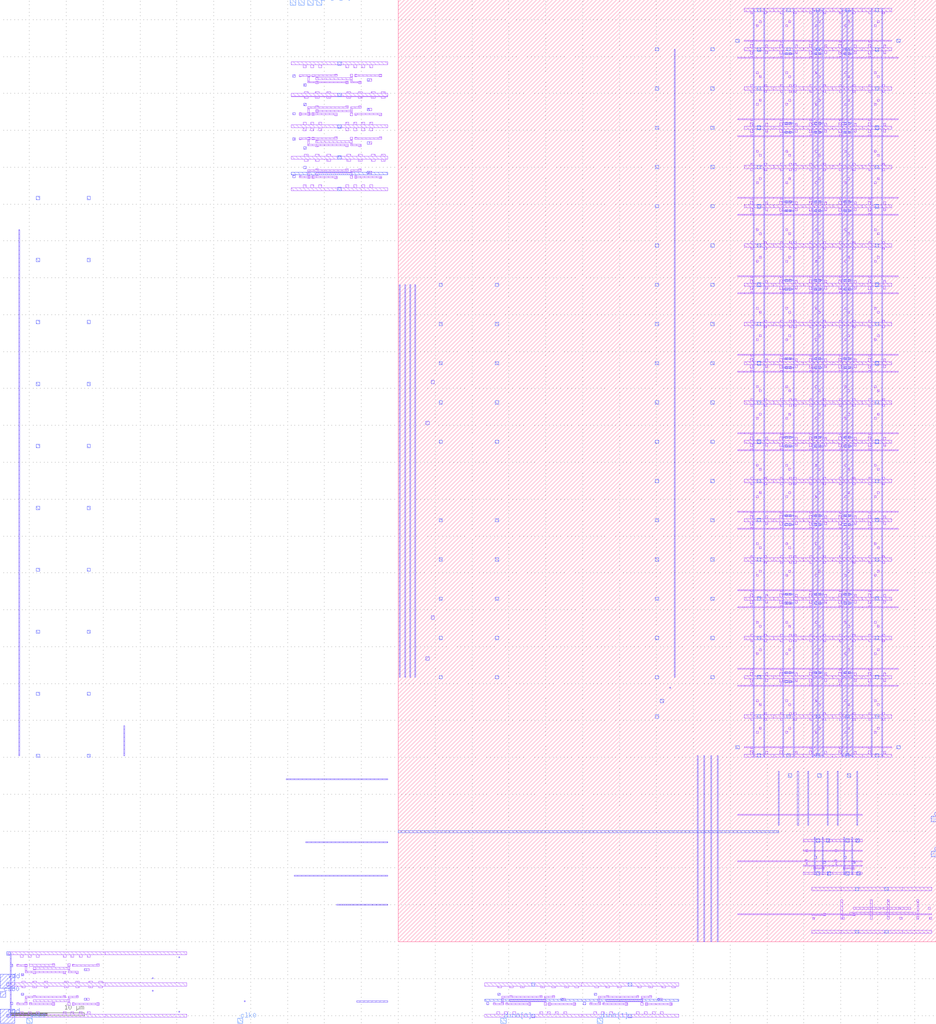
<source format=lef>
VERSION 5.4 ;
NAMESCASESENSITIVE ON ;
BUSBITCHARS "[]" ;
DIVIDERCHAR "/" ;
UNITS
  DATABASE MICRONS 2000 ;
END UNITS
MACRO sram_2_16_sky130A
   CLASS BLOCK ;
   SIZE 72.96 BY 127.7 ;
   SYMMETRY X Y R90 ;
   PIN din0[0]
      DIRECTION INPUT ;
      PORT
         LAYER m4 ;
         RECT  13.91 -11.08 14.65 -10.34 ;
      END
   END din0[0]
   PIN din0[1]
      DIRECTION INPUT ;
      PORT
         LAYER m4 ;
         RECT  27.0 -11.08 27.74 -10.34 ;
      END
   END din0[1]
   PIN addr0[0]
      DIRECTION INPUT ;
      PORT
         LAYER m4 ;
         RECT  -14.65 126.96 -13.91 127.7 ;
      END
   END addr0[0]
   PIN addr0[1]
      DIRECTION INPUT ;
      PORT
         LAYER m4 ;
         RECT  -11.08 126.96 -10.34 127.7 ;
      END
   END addr0[1]
   PIN addr0[2]
      DIRECTION INPUT ;
      PORT
         LAYER m4 ;
         RECT  -13.46 126.96 -12.72 127.7 ;
      END
   END addr0[2]
   PIN addr0[3]
      DIRECTION INPUT ;
      PORT
         LAYER m4 ;
         RECT  -12.27 126.96 -11.53 127.7 ;
      END
   END addr0[3]
   PIN csb0
      DIRECTION INPUT ;
      PORT
         LAYER m3 ;
         RECT  -53.92 -7.51 -53.18 -6.77 ;
      END
   END csb0
   PIN web0
      DIRECTION INPUT ;
      PORT
         LAYER m4 ;
         RECT  -50.35 -11.08 -49.61 -10.34 ;
      END
   END web0
   PIN clk0
      DIRECTION INPUT ;
      PORT
         LAYER m4 ;
         RECT  -21.79 -11.08 -21.05 -10.34 ;
      END
   END clk0
   PIN dout0[0]
      DIRECTION OUTPUT ;
      PORT
         LAYER m3 ;
         RECT  72.22 16.29 72.96 17.03 ;
      END
   END dout0[0]
   PIN dout0[1]
      DIRECTION OUTPUT ;
      PORT
         LAYER m3 ;
         RECT  72.22 11.53 72.96 12.27 ;
      END
   END dout0[1]
   PIN vdd
      DIRECTION INOUT ;
      USE POWER ; 
      SHAPE ABUTMENT ; 
      PORT
         LAYER m3 ;
         RECT  -53.92 -6.32 -51.99 -4.39 ;
      END
   END vdd
   PIN gnd
      DIRECTION INOUT ;
      USE GROUND ; 
      SHAPE ABUTMENT ; 
      PORT
         LAYER m3 ;
         RECT  -53.92 -11.08 -51.99 -9.15 ;
      END
   END gnd
   OBS
   LAYER  m1 ;
      RECT  54.89 40.95 58.89 41.4 ;
      RECT  54.89 35.66 58.89 36.07 ;
      RECT  55.77 36.78 56.1 36.93 ;
      RECT  57.79 36.07 58.09 36.48 ;
      RECT  55.79 36.93 56.08 37.09 ;
      RECT  55.74 36.07 56.03 36.54 ;
      RECT  56.45 36.3 56.77 36.62 ;
      RECT  57.63 40.69 57.95 40.95 ;
      RECT  56.51 38.9 56.8 39.19 ;
      RECT  56.96 36.3 57.28 36.62 ;
      RECT  56.93 39.44 57.22 39.73 ;
      RECT  55.81 40.69 56.14 40.95 ;
      RECT  54.89 41.41 58.89 40.96 ;
      RECT  54.89 46.7 58.89 46.29 ;
      RECT  55.77 45.58 56.1 45.43 ;
      RECT  57.79 46.29 58.09 45.88 ;
      RECT  55.79 45.43 56.08 45.27 ;
      RECT  55.74 46.29 56.03 45.82 ;
      RECT  56.45 46.06 56.77 45.74 ;
      RECT  57.63 41.67 57.95 41.41 ;
      RECT  56.51 43.46 56.8 43.17 ;
      RECT  56.96 46.06 57.28 45.74 ;
      RECT  56.93 42.92 57.22 42.63 ;
      RECT  55.81 41.67 56.14 41.41 ;
      RECT  54.89 51.59 58.89 52.04 ;
      RECT  54.89 46.3 58.89 46.71 ;
      RECT  55.77 47.42 56.1 47.57 ;
      RECT  57.79 46.71 58.09 47.12 ;
      RECT  55.79 47.57 56.08 47.73 ;
      RECT  55.74 46.71 56.03 47.18 ;
      RECT  56.45 46.94 56.77 47.26 ;
      RECT  57.63 51.33 57.95 51.59 ;
      RECT  56.51 49.54 56.8 49.83 ;
      RECT  56.96 46.94 57.28 47.26 ;
      RECT  56.93 50.08 57.22 50.37 ;
      RECT  55.81 51.33 56.14 51.59 ;
      RECT  54.89 52.05 58.89 51.6 ;
      RECT  54.89 57.34 58.89 56.93 ;
      RECT  55.77 56.22 56.1 56.07 ;
      RECT  57.79 56.93 58.09 56.52 ;
      RECT  55.79 56.07 56.08 55.91 ;
      RECT  55.74 56.93 56.03 56.46 ;
      RECT  56.45 56.7 56.77 56.38 ;
      RECT  57.63 52.31 57.95 52.05 ;
      RECT  56.51 54.1 56.8 53.81 ;
      RECT  56.96 56.7 57.28 56.38 ;
      RECT  56.93 53.56 57.22 53.27 ;
      RECT  55.81 52.31 56.14 52.05 ;
      RECT  54.89 62.23 58.89 62.68 ;
      RECT  54.89 56.94 58.89 57.35 ;
      RECT  55.77 58.06 56.1 58.21 ;
      RECT  57.79 57.35 58.09 57.76 ;
      RECT  55.79 58.21 56.08 58.37 ;
      RECT  55.74 57.35 56.03 57.82 ;
      RECT  56.45 57.58 56.77 57.9 ;
      RECT  57.63 61.97 57.95 62.23 ;
      RECT  56.51 60.18 56.8 60.47 ;
      RECT  56.96 57.58 57.28 57.9 ;
      RECT  56.93 60.72 57.22 61.01 ;
      RECT  55.81 61.97 56.14 62.23 ;
      RECT  54.89 62.69 58.89 62.24 ;
      RECT  54.89 67.98 58.89 67.57 ;
      RECT  55.77 66.86 56.1 66.71 ;
      RECT  57.79 67.57 58.09 67.16 ;
      RECT  55.79 66.71 56.08 66.55 ;
      RECT  55.74 67.57 56.03 67.1 ;
      RECT  56.45 67.34 56.77 67.02 ;
      RECT  57.63 62.95 57.95 62.69 ;
      RECT  56.51 64.74 56.8 64.45 ;
      RECT  56.96 67.34 57.28 67.02 ;
      RECT  56.93 64.2 57.22 63.91 ;
      RECT  55.81 62.95 56.14 62.69 ;
      RECT  54.89 72.87 58.89 73.32 ;
      RECT  54.89 67.58 58.89 67.99 ;
      RECT  55.77 68.7 56.1 68.85 ;
      RECT  57.79 67.99 58.09 68.4 ;
      RECT  55.79 68.85 56.08 69.01 ;
      RECT  55.74 67.99 56.03 68.46 ;
      RECT  56.45 68.22 56.77 68.54 ;
      RECT  57.63 72.61 57.95 72.87 ;
      RECT  56.51 70.82 56.8 71.11 ;
      RECT  56.96 68.22 57.28 68.54 ;
      RECT  56.93 71.36 57.22 71.65 ;
      RECT  55.81 72.61 56.14 72.87 ;
      RECT  54.89 73.33 58.89 72.88 ;
      RECT  54.89 78.62 58.89 78.21 ;
      RECT  55.77 77.5 56.1 77.35 ;
      RECT  57.79 78.21 58.09 77.8 ;
      RECT  55.79 77.35 56.08 77.19 ;
      RECT  55.74 78.21 56.03 77.74 ;
      RECT  56.45 77.98 56.77 77.66 ;
      RECT  57.63 73.59 57.95 73.33 ;
      RECT  56.51 75.38 56.8 75.09 ;
      RECT  56.96 77.98 57.28 77.66 ;
      RECT  56.93 74.84 57.22 74.55 ;
      RECT  55.81 73.59 56.14 73.33 ;
      RECT  54.89 83.51 58.89 83.96 ;
      RECT  54.89 78.22 58.89 78.63 ;
      RECT  55.77 79.34 56.1 79.49 ;
      RECT  57.79 78.63 58.09 79.04 ;
      RECT  55.79 79.49 56.08 79.65 ;
      RECT  55.74 78.63 56.03 79.1 ;
      RECT  56.45 78.86 56.77 79.18 ;
      RECT  57.63 83.25 57.95 83.51 ;
      RECT  56.51 81.46 56.8 81.75 ;
      RECT  56.96 78.86 57.28 79.18 ;
      RECT  56.93 82.0 57.22 82.29 ;
      RECT  55.81 83.25 56.14 83.51 ;
      RECT  54.89 83.97 58.89 83.52 ;
      RECT  54.89 89.26 58.89 88.85 ;
      RECT  55.77 88.14 56.1 87.99 ;
      RECT  57.79 88.85 58.09 88.44 ;
      RECT  55.79 87.99 56.08 87.83 ;
      RECT  55.74 88.85 56.03 88.38 ;
      RECT  56.45 88.62 56.77 88.3 ;
      RECT  57.63 84.23 57.95 83.97 ;
      RECT  56.51 86.02 56.8 85.73 ;
      RECT  56.96 88.62 57.28 88.3 ;
      RECT  56.93 85.48 57.22 85.19 ;
      RECT  55.81 84.23 56.14 83.97 ;
      RECT  54.89 94.15 58.89 94.6 ;
      RECT  54.89 88.86 58.89 89.27 ;
      RECT  55.77 89.98 56.1 90.13 ;
      RECT  57.79 89.27 58.09 89.68 ;
      RECT  55.79 90.13 56.08 90.29 ;
      RECT  55.74 89.27 56.03 89.74 ;
      RECT  56.45 89.5 56.77 89.82 ;
      RECT  57.63 93.89 57.95 94.15 ;
      RECT  56.51 92.1 56.8 92.39 ;
      RECT  56.96 89.5 57.28 89.82 ;
      RECT  56.93 92.64 57.22 92.93 ;
      RECT  55.81 93.89 56.14 94.15 ;
      RECT  54.89 94.61 58.89 94.16 ;
      RECT  54.89 99.9 58.89 99.49 ;
      RECT  55.77 98.78 56.1 98.63 ;
      RECT  57.79 99.49 58.09 99.08 ;
      RECT  55.79 98.63 56.08 98.47 ;
      RECT  55.74 99.49 56.03 99.02 ;
      RECT  56.45 99.26 56.77 98.94 ;
      RECT  57.63 94.87 57.95 94.61 ;
      RECT  56.51 96.66 56.8 96.37 ;
      RECT  56.96 99.26 57.28 98.94 ;
      RECT  56.93 96.12 57.22 95.83 ;
      RECT  55.81 94.87 56.14 94.61 ;
      RECT  54.89 104.79 58.89 105.24 ;
      RECT  54.89 99.5 58.89 99.91 ;
      RECT  55.77 100.62 56.1 100.77 ;
      RECT  57.79 99.91 58.09 100.32 ;
      RECT  55.79 100.77 56.08 100.93 ;
      RECT  55.74 99.91 56.03 100.38 ;
      RECT  56.45 100.14 56.77 100.46 ;
      RECT  57.63 104.53 57.95 104.79 ;
      RECT  56.51 102.74 56.8 103.03 ;
      RECT  56.96 100.14 57.28 100.46 ;
      RECT  56.93 103.28 57.22 103.57 ;
      RECT  55.81 104.53 56.14 104.79 ;
      RECT  54.89 105.25 58.89 104.8 ;
      RECT  54.89 110.54 58.89 110.13 ;
      RECT  55.77 109.42 56.1 109.27 ;
      RECT  57.79 110.13 58.09 109.72 ;
      RECT  55.79 109.27 56.08 109.11 ;
      RECT  55.74 110.13 56.03 109.66 ;
      RECT  56.45 109.9 56.77 109.58 ;
      RECT  57.63 105.51 57.95 105.25 ;
      RECT  56.51 107.3 56.8 107.01 ;
      RECT  56.96 109.9 57.28 109.58 ;
      RECT  56.93 106.76 57.22 106.47 ;
      RECT  55.81 105.51 56.14 105.25 ;
      RECT  54.89 115.43 58.89 115.88 ;
      RECT  54.89 110.14 58.89 110.55 ;
      RECT  55.77 111.26 56.1 111.41 ;
      RECT  57.79 110.55 58.09 110.96 ;
      RECT  55.79 111.41 56.08 111.57 ;
      RECT  55.74 110.55 56.03 111.02 ;
      RECT  56.45 110.78 56.77 111.1 ;
      RECT  57.63 115.17 57.95 115.43 ;
      RECT  56.51 113.38 56.8 113.67 ;
      RECT  56.96 110.78 57.28 111.1 ;
      RECT  56.93 113.92 57.22 114.21 ;
      RECT  55.81 115.17 56.14 115.43 ;
      RECT  54.89 115.89 58.89 115.44 ;
      RECT  54.89 121.18 58.89 120.77 ;
      RECT  55.77 120.06 56.1 119.91 ;
      RECT  57.79 120.77 58.09 120.36 ;
      RECT  55.79 119.91 56.08 119.75 ;
      RECT  55.74 120.77 56.03 120.3 ;
      RECT  56.45 120.54 56.77 120.22 ;
      RECT  57.63 116.15 57.95 115.89 ;
      RECT  56.51 117.94 56.8 117.65 ;
      RECT  56.96 120.54 57.28 120.22 ;
      RECT  56.93 117.4 57.22 117.11 ;
      RECT  55.81 116.15 56.14 115.89 ;
      RECT  58.89 40.95 62.89 41.4 ;
      RECT  58.89 35.66 62.89 36.07 ;
      RECT  59.77 36.78 60.1 36.93 ;
      RECT  61.79 36.07 62.09 36.48 ;
      RECT  59.79 36.93 60.08 37.09 ;
      RECT  59.74 36.07 60.03 36.54 ;
      RECT  60.45 36.3 60.77 36.62 ;
      RECT  61.63 40.69 61.95 40.95 ;
      RECT  60.51 38.9 60.8 39.19 ;
      RECT  60.96 36.3 61.28 36.62 ;
      RECT  60.93 39.44 61.22 39.73 ;
      RECT  59.81 40.69 60.14 40.95 ;
      RECT  58.89 41.41 62.89 40.96 ;
      RECT  58.89 46.7 62.89 46.29 ;
      RECT  59.77 45.58 60.1 45.43 ;
      RECT  61.79 46.29 62.09 45.88 ;
      RECT  59.79 45.43 60.08 45.27 ;
      RECT  59.74 46.29 60.03 45.82 ;
      RECT  60.45 46.06 60.77 45.74 ;
      RECT  61.63 41.67 61.95 41.41 ;
      RECT  60.51 43.46 60.8 43.17 ;
      RECT  60.96 46.06 61.28 45.74 ;
      RECT  60.93 42.92 61.22 42.63 ;
      RECT  59.81 41.67 60.14 41.41 ;
      RECT  58.89 51.59 62.89 52.04 ;
      RECT  58.89 46.3 62.89 46.71 ;
      RECT  59.77 47.42 60.1 47.57 ;
      RECT  61.79 46.71 62.09 47.12 ;
      RECT  59.79 47.57 60.08 47.73 ;
      RECT  59.74 46.71 60.03 47.18 ;
      RECT  60.45 46.94 60.77 47.26 ;
      RECT  61.63 51.33 61.95 51.59 ;
      RECT  60.51 49.54 60.8 49.83 ;
      RECT  60.96 46.94 61.28 47.26 ;
      RECT  60.93 50.08 61.22 50.37 ;
      RECT  59.81 51.33 60.14 51.59 ;
      RECT  58.89 52.05 62.89 51.6 ;
      RECT  58.89 57.34 62.89 56.93 ;
      RECT  59.77 56.22 60.1 56.07 ;
      RECT  61.79 56.93 62.09 56.52 ;
      RECT  59.79 56.07 60.08 55.91 ;
      RECT  59.74 56.93 60.03 56.46 ;
      RECT  60.45 56.7 60.77 56.38 ;
      RECT  61.63 52.31 61.95 52.05 ;
      RECT  60.51 54.1 60.8 53.81 ;
      RECT  60.96 56.7 61.28 56.38 ;
      RECT  60.93 53.56 61.22 53.27 ;
      RECT  59.81 52.31 60.14 52.05 ;
      RECT  58.89 62.23 62.89 62.68 ;
      RECT  58.89 56.94 62.89 57.35 ;
      RECT  59.77 58.06 60.1 58.21 ;
      RECT  61.79 57.35 62.09 57.76 ;
      RECT  59.79 58.21 60.08 58.37 ;
      RECT  59.74 57.35 60.03 57.82 ;
      RECT  60.45 57.58 60.77 57.9 ;
      RECT  61.63 61.97 61.95 62.23 ;
      RECT  60.51 60.18 60.8 60.47 ;
      RECT  60.96 57.58 61.28 57.9 ;
      RECT  60.93 60.72 61.22 61.01 ;
      RECT  59.81 61.97 60.14 62.23 ;
      RECT  58.89 62.69 62.89 62.24 ;
      RECT  58.89 67.98 62.89 67.57 ;
      RECT  59.77 66.86 60.1 66.71 ;
      RECT  61.79 67.57 62.09 67.16 ;
      RECT  59.79 66.71 60.08 66.55 ;
      RECT  59.74 67.57 60.03 67.1 ;
      RECT  60.45 67.34 60.77 67.02 ;
      RECT  61.63 62.95 61.95 62.69 ;
      RECT  60.51 64.74 60.8 64.45 ;
      RECT  60.96 67.34 61.28 67.02 ;
      RECT  60.93 64.2 61.22 63.91 ;
      RECT  59.81 62.95 60.14 62.69 ;
      RECT  58.89 72.87 62.89 73.32 ;
      RECT  58.89 67.58 62.89 67.99 ;
      RECT  59.77 68.7 60.1 68.85 ;
      RECT  61.79 67.99 62.09 68.4 ;
      RECT  59.79 68.85 60.08 69.01 ;
      RECT  59.74 67.99 60.03 68.46 ;
      RECT  60.45 68.22 60.77 68.54 ;
      RECT  61.63 72.61 61.95 72.87 ;
      RECT  60.51 70.82 60.8 71.11 ;
      RECT  60.96 68.22 61.28 68.54 ;
      RECT  60.93 71.36 61.22 71.65 ;
      RECT  59.81 72.61 60.14 72.87 ;
      RECT  58.89 73.33 62.89 72.88 ;
      RECT  58.89 78.62 62.89 78.21 ;
      RECT  59.77 77.5 60.1 77.35 ;
      RECT  61.79 78.21 62.09 77.8 ;
      RECT  59.79 77.35 60.08 77.19 ;
      RECT  59.74 78.21 60.03 77.74 ;
      RECT  60.45 77.98 60.77 77.66 ;
      RECT  61.63 73.59 61.95 73.33 ;
      RECT  60.51 75.38 60.8 75.09 ;
      RECT  60.96 77.98 61.28 77.66 ;
      RECT  60.93 74.84 61.22 74.55 ;
      RECT  59.81 73.59 60.14 73.33 ;
      RECT  58.89 83.51 62.89 83.96 ;
      RECT  58.89 78.22 62.89 78.63 ;
      RECT  59.77 79.34 60.1 79.49 ;
      RECT  61.79 78.63 62.09 79.04 ;
      RECT  59.79 79.49 60.08 79.65 ;
      RECT  59.74 78.63 60.03 79.1 ;
      RECT  60.45 78.86 60.77 79.18 ;
      RECT  61.63 83.25 61.95 83.51 ;
      RECT  60.51 81.46 60.8 81.75 ;
      RECT  60.96 78.86 61.28 79.18 ;
      RECT  60.93 82.0 61.22 82.29 ;
      RECT  59.81 83.25 60.14 83.51 ;
      RECT  58.89 83.97 62.89 83.52 ;
      RECT  58.89 89.26 62.89 88.85 ;
      RECT  59.77 88.14 60.1 87.99 ;
      RECT  61.79 88.85 62.09 88.44 ;
      RECT  59.79 87.99 60.08 87.83 ;
      RECT  59.74 88.85 60.03 88.38 ;
      RECT  60.45 88.62 60.77 88.3 ;
      RECT  61.63 84.23 61.95 83.97 ;
      RECT  60.51 86.02 60.8 85.73 ;
      RECT  60.96 88.62 61.28 88.3 ;
      RECT  60.93 85.48 61.22 85.19 ;
      RECT  59.81 84.23 60.14 83.97 ;
      RECT  58.89 94.15 62.89 94.6 ;
      RECT  58.89 88.86 62.89 89.27 ;
      RECT  59.77 89.98 60.1 90.13 ;
      RECT  61.79 89.27 62.09 89.68 ;
      RECT  59.79 90.13 60.08 90.29 ;
      RECT  59.74 89.27 60.03 89.74 ;
      RECT  60.45 89.5 60.77 89.82 ;
      RECT  61.63 93.89 61.95 94.15 ;
      RECT  60.51 92.1 60.8 92.39 ;
      RECT  60.96 89.5 61.28 89.82 ;
      RECT  60.93 92.64 61.22 92.93 ;
      RECT  59.81 93.89 60.14 94.15 ;
      RECT  58.89 94.61 62.89 94.16 ;
      RECT  58.89 99.9 62.89 99.49 ;
      RECT  59.77 98.78 60.1 98.63 ;
      RECT  61.79 99.49 62.09 99.08 ;
      RECT  59.79 98.63 60.08 98.47 ;
      RECT  59.74 99.49 60.03 99.02 ;
      RECT  60.45 99.26 60.77 98.94 ;
      RECT  61.63 94.87 61.95 94.61 ;
      RECT  60.51 96.66 60.8 96.37 ;
      RECT  60.96 99.26 61.28 98.94 ;
      RECT  60.93 96.12 61.22 95.83 ;
      RECT  59.81 94.87 60.14 94.61 ;
      RECT  58.89 104.79 62.89 105.24 ;
      RECT  58.89 99.5 62.89 99.91 ;
      RECT  59.77 100.62 60.1 100.77 ;
      RECT  61.79 99.91 62.09 100.32 ;
      RECT  59.79 100.77 60.08 100.93 ;
      RECT  59.74 99.91 60.03 100.38 ;
      RECT  60.45 100.14 60.77 100.46 ;
      RECT  61.63 104.53 61.95 104.79 ;
      RECT  60.51 102.74 60.8 103.03 ;
      RECT  60.96 100.14 61.28 100.46 ;
      RECT  60.93 103.28 61.22 103.57 ;
      RECT  59.81 104.53 60.14 104.79 ;
      RECT  58.89 105.25 62.89 104.8 ;
      RECT  58.89 110.54 62.89 110.13 ;
      RECT  59.77 109.42 60.1 109.27 ;
      RECT  61.79 110.13 62.09 109.72 ;
      RECT  59.79 109.27 60.08 109.11 ;
      RECT  59.74 110.13 60.03 109.66 ;
      RECT  60.45 109.9 60.77 109.58 ;
      RECT  61.63 105.51 61.95 105.25 ;
      RECT  60.51 107.3 60.8 107.01 ;
      RECT  60.96 109.9 61.28 109.58 ;
      RECT  60.93 106.76 61.22 106.47 ;
      RECT  59.81 105.51 60.14 105.25 ;
      RECT  58.89 115.43 62.89 115.88 ;
      RECT  58.89 110.14 62.89 110.55 ;
      RECT  59.77 111.26 60.1 111.41 ;
      RECT  61.79 110.55 62.09 110.96 ;
      RECT  59.79 111.41 60.08 111.57 ;
      RECT  59.74 110.55 60.03 111.02 ;
      RECT  60.45 110.78 60.77 111.1 ;
      RECT  61.63 115.17 61.95 115.43 ;
      RECT  60.51 113.38 60.8 113.67 ;
      RECT  60.96 110.78 61.28 111.1 ;
      RECT  60.93 113.92 61.22 114.21 ;
      RECT  59.81 115.17 60.14 115.43 ;
      RECT  58.89 115.89 62.89 115.44 ;
      RECT  58.89 121.18 62.89 120.77 ;
      RECT  59.77 120.06 60.1 119.91 ;
      RECT  61.79 120.77 62.09 120.36 ;
      RECT  59.79 119.91 60.08 119.75 ;
      RECT  59.74 120.77 60.03 120.3 ;
      RECT  60.45 120.54 60.77 120.22 ;
      RECT  61.63 116.15 61.95 115.89 ;
      RECT  60.51 117.94 60.8 117.65 ;
      RECT  60.96 120.54 61.28 120.22 ;
      RECT  60.93 117.4 61.22 117.11 ;
      RECT  59.81 116.15 60.14 115.89 ;
      RECT  54.89 36.93 62.89 37.09 ;
      RECT  54.89 45.27 62.89 45.43 ;
      RECT  54.89 47.57 62.89 47.73 ;
      RECT  54.89 55.91 62.89 56.07 ;
      RECT  54.89 58.21 62.89 58.37 ;
      RECT  54.89 66.55 62.89 66.71 ;
      RECT  54.89 68.85 62.89 69.01 ;
      RECT  54.89 77.19 62.89 77.35 ;
      RECT  54.89 79.49 62.89 79.65 ;
      RECT  54.89 87.83 62.89 87.99 ;
      RECT  54.89 90.13 62.89 90.29 ;
      RECT  54.89 98.47 62.89 98.63 ;
      RECT  54.89 100.77 62.89 100.93 ;
      RECT  54.89 109.11 62.89 109.27 ;
      RECT  54.89 111.41 62.89 111.57 ;
      RECT  54.89 119.75 62.89 119.91 ;
      RECT  54.89 40.96 58.89 41.41 ;
      RECT  54.89 40.95 58.89 41.4 ;
      RECT  54.89 104.8 58.89 105.25 ;
      RECT  58.89 104.79 62.89 105.24 ;
      RECT  54.89 72.88 58.89 73.33 ;
      RECT  54.89 94.16 58.89 94.61 ;
      RECT  58.89 72.87 62.89 73.32 ;
      RECT  54.89 83.52 58.89 83.97 ;
      RECT  58.89 72.88 62.89 73.33 ;
      RECT  54.89 62.23 58.89 62.68 ;
      RECT  58.89 115.43 62.89 115.88 ;
      RECT  54.89 94.15 58.89 94.6 ;
      RECT  58.89 62.24 62.89 62.69 ;
      RECT  58.89 51.59 62.89 52.04 ;
      RECT  58.89 40.95 62.89 41.4 ;
      RECT  54.89 104.79 58.89 105.24 ;
      RECT  54.89 51.6 58.89 52.05 ;
      RECT  58.89 94.15 62.89 94.6 ;
      RECT  58.89 40.96 62.89 41.41 ;
      RECT  58.89 104.8 62.89 105.25 ;
      RECT  58.89 62.23 62.89 62.68 ;
      RECT  58.89 51.6 62.89 52.05 ;
      RECT  54.89 62.24 58.89 62.69 ;
      RECT  58.89 83.52 62.89 83.97 ;
      RECT  54.89 72.87 58.89 73.32 ;
      RECT  58.89 83.51 62.89 83.96 ;
      RECT  54.89 83.51 58.89 83.96 ;
      RECT  58.89 94.16 62.89 94.61 ;
      RECT  54.89 115.43 58.89 115.88 ;
      RECT  54.89 51.59 58.89 52.04 ;
      RECT  58.89 115.44 62.89 115.89 ;
      RECT  54.89 115.44 58.89 115.89 ;
      RECT  54.89 110.13 58.89 110.54 ;
      RECT  58.89 67.57 62.89 67.98 ;
      RECT  54.89 120.77 58.89 121.18 ;
      RECT  54.89 67.57 58.89 67.98 ;
      RECT  58.89 78.21 62.89 78.62 ;
      RECT  58.89 46.3 62.89 46.71 ;
      RECT  54.89 110.14 58.89 110.55 ;
      RECT  58.89 56.93 62.89 57.34 ;
      RECT  58.89 67.58 62.89 67.99 ;
      RECT  58.89 120.77 62.89 121.18 ;
      RECT  54.89 56.94 58.89 57.35 ;
      RECT  54.89 88.86 58.89 89.27 ;
      RECT  54.89 56.93 58.89 57.34 ;
      RECT  58.89 88.86 62.89 89.27 ;
      RECT  58.89 110.13 62.89 110.54 ;
      RECT  54.89 88.85 58.89 89.26 ;
      RECT  58.89 88.85 62.89 89.26 ;
      RECT  58.89 99.5 62.89 99.91 ;
      RECT  58.89 78.22 62.89 78.63 ;
      RECT  54.89 35.66 58.89 36.07 ;
      RECT  54.89 99.5 58.89 99.91 ;
      RECT  58.89 35.66 62.89 36.07 ;
      RECT  54.89 78.22 58.89 78.63 ;
      RECT  54.89 67.58 58.89 67.99 ;
      RECT  54.89 78.21 58.89 78.62 ;
      RECT  54.89 46.3 58.89 46.71 ;
      RECT  58.89 99.49 62.89 99.9 ;
      RECT  54.89 99.49 58.89 99.9 ;
      RECT  58.89 56.94 62.89 57.35 ;
      RECT  54.89 46.29 58.89 46.7 ;
      RECT  58.89 46.29 62.89 46.7 ;
      RECT  58.89 110.14 62.89 110.55 ;
      RECT  50.89 30.31 54.89 30.76 ;
      RECT  50.89 25.02 54.89 25.43 ;
      RECT  51.77 26.14 52.1 26.29 ;
      RECT  53.79 25.43 54.09 25.84 ;
      RECT  51.79 26.29 52.08 26.45 ;
      RECT  51.74 25.43 52.03 25.9 ;
      RECT  53.63 30.05 53.95 30.31 ;
      RECT  52.51 28.26 52.8 28.55 ;
      RECT  52.93 28.8 53.22 29.09 ;
      RECT  51.81 30.05 52.14 30.31 ;
      RECT  50.89 30.77 54.89 30.32 ;
      RECT  50.89 36.06 54.89 35.65 ;
      RECT  51.77 34.94 52.1 34.79 ;
      RECT  53.79 35.65 54.09 35.24 ;
      RECT  51.79 34.79 52.08 34.63 ;
      RECT  51.74 35.65 52.03 35.18 ;
      RECT  52.45 35.42 52.77 35.1 ;
      RECT  53.63 31.03 53.95 30.77 ;
      RECT  52.51 32.82 52.8 32.53 ;
      RECT  52.96 35.42 53.28 35.1 ;
      RECT  53.02 31.02 53.34 30.77 ;
      RECT  52.93 32.28 53.22 31.99 ;
      RECT  51.81 31.03 52.14 30.77 ;
      RECT  50.89 40.95 54.89 41.4 ;
      RECT  50.89 35.66 54.89 36.07 ;
      RECT  51.77 36.78 52.1 36.93 ;
      RECT  53.79 36.07 54.09 36.48 ;
      RECT  51.79 36.93 52.08 37.09 ;
      RECT  51.74 36.07 52.03 36.54 ;
      RECT  52.45 36.3 52.77 36.62 ;
      RECT  53.63 40.69 53.95 40.95 ;
      RECT  52.51 38.9 52.8 39.19 ;
      RECT  52.96 36.3 53.28 36.62 ;
      RECT  53.02 40.7 53.34 40.95 ;
      RECT  52.93 39.44 53.22 39.73 ;
      RECT  51.81 40.69 52.14 40.95 ;
      RECT  50.89 41.41 54.89 40.96 ;
      RECT  50.89 46.7 54.89 46.29 ;
      RECT  51.77 45.58 52.1 45.43 ;
      RECT  53.79 46.29 54.09 45.88 ;
      RECT  51.79 45.43 52.08 45.27 ;
      RECT  51.74 46.29 52.03 45.82 ;
      RECT  52.45 46.06 52.77 45.74 ;
      RECT  53.63 41.67 53.95 41.41 ;
      RECT  52.51 43.46 52.8 43.17 ;
      RECT  52.96 46.06 53.28 45.74 ;
      RECT  53.02 41.66 53.34 41.41 ;
      RECT  52.93 42.92 53.22 42.63 ;
      RECT  51.81 41.67 52.14 41.41 ;
      RECT  50.89 51.59 54.89 52.04 ;
      RECT  50.89 46.3 54.89 46.71 ;
      RECT  51.77 47.42 52.1 47.57 ;
      RECT  53.79 46.71 54.09 47.12 ;
      RECT  51.79 47.57 52.08 47.73 ;
      RECT  51.74 46.71 52.03 47.18 ;
      RECT  52.45 46.94 52.77 47.26 ;
      RECT  53.63 51.33 53.95 51.59 ;
      RECT  52.51 49.54 52.8 49.83 ;
      RECT  52.96 46.94 53.28 47.26 ;
      RECT  53.02 51.34 53.34 51.59 ;
      RECT  52.93 50.08 53.22 50.37 ;
      RECT  51.81 51.33 52.14 51.59 ;
      RECT  50.89 52.05 54.89 51.6 ;
      RECT  50.89 57.34 54.89 56.93 ;
      RECT  51.77 56.22 52.1 56.07 ;
      RECT  53.79 56.93 54.09 56.52 ;
      RECT  51.79 56.07 52.08 55.91 ;
      RECT  51.74 56.93 52.03 56.46 ;
      RECT  52.45 56.7 52.77 56.38 ;
      RECT  53.63 52.31 53.95 52.05 ;
      RECT  52.51 54.1 52.8 53.81 ;
      RECT  52.96 56.7 53.28 56.38 ;
      RECT  53.02 52.3 53.34 52.05 ;
      RECT  52.93 53.56 53.22 53.27 ;
      RECT  51.81 52.31 52.14 52.05 ;
      RECT  50.89 62.23 54.89 62.68 ;
      RECT  50.89 56.94 54.89 57.35 ;
      RECT  51.77 58.06 52.1 58.21 ;
      RECT  53.79 57.35 54.09 57.76 ;
      RECT  51.79 58.21 52.08 58.37 ;
      RECT  51.74 57.35 52.03 57.82 ;
      RECT  52.45 57.58 52.77 57.9 ;
      RECT  53.63 61.97 53.95 62.23 ;
      RECT  52.51 60.18 52.8 60.47 ;
      RECT  52.96 57.58 53.28 57.9 ;
      RECT  53.02 61.98 53.34 62.23 ;
      RECT  52.93 60.72 53.22 61.01 ;
      RECT  51.81 61.97 52.14 62.23 ;
      RECT  50.89 62.69 54.89 62.24 ;
      RECT  50.89 67.98 54.89 67.57 ;
      RECT  51.77 66.86 52.1 66.71 ;
      RECT  53.79 67.57 54.09 67.16 ;
      RECT  51.79 66.71 52.08 66.55 ;
      RECT  51.74 67.57 52.03 67.1 ;
      RECT  52.45 67.34 52.77 67.02 ;
      RECT  53.63 62.95 53.95 62.69 ;
      RECT  52.51 64.74 52.8 64.45 ;
      RECT  52.96 67.34 53.28 67.02 ;
      RECT  53.02 62.94 53.34 62.69 ;
      RECT  52.93 64.2 53.22 63.91 ;
      RECT  51.81 62.95 52.14 62.69 ;
      RECT  50.89 72.87 54.89 73.32 ;
      RECT  50.89 67.58 54.89 67.99 ;
      RECT  51.77 68.7 52.1 68.85 ;
      RECT  53.79 67.99 54.09 68.4 ;
      RECT  51.79 68.85 52.08 69.01 ;
      RECT  51.74 67.99 52.03 68.46 ;
      RECT  52.45 68.22 52.77 68.54 ;
      RECT  53.63 72.61 53.95 72.87 ;
      RECT  52.51 70.82 52.8 71.11 ;
      RECT  52.96 68.22 53.28 68.54 ;
      RECT  53.02 72.62 53.34 72.87 ;
      RECT  52.93 71.36 53.22 71.65 ;
      RECT  51.81 72.61 52.14 72.87 ;
      RECT  50.89 73.33 54.89 72.88 ;
      RECT  50.89 78.62 54.89 78.21 ;
      RECT  51.77 77.5 52.1 77.35 ;
      RECT  53.79 78.21 54.09 77.8 ;
      RECT  51.79 77.35 52.08 77.19 ;
      RECT  51.74 78.21 52.03 77.74 ;
      RECT  52.45 77.98 52.77 77.66 ;
      RECT  53.63 73.59 53.95 73.33 ;
      RECT  52.51 75.38 52.8 75.09 ;
      RECT  52.96 77.98 53.28 77.66 ;
      RECT  53.02 73.58 53.34 73.33 ;
      RECT  52.93 74.84 53.22 74.55 ;
      RECT  51.81 73.59 52.14 73.33 ;
      RECT  50.89 83.51 54.89 83.96 ;
      RECT  50.89 78.22 54.89 78.63 ;
      RECT  51.77 79.34 52.1 79.49 ;
      RECT  53.79 78.63 54.09 79.04 ;
      RECT  51.79 79.49 52.08 79.65 ;
      RECT  51.74 78.63 52.03 79.1 ;
      RECT  52.45 78.86 52.77 79.18 ;
      RECT  53.63 83.25 53.95 83.51 ;
      RECT  52.51 81.46 52.8 81.75 ;
      RECT  52.96 78.86 53.28 79.18 ;
      RECT  53.02 83.26 53.34 83.51 ;
      RECT  52.93 82.0 53.22 82.29 ;
      RECT  51.81 83.25 52.14 83.51 ;
      RECT  50.89 83.97 54.89 83.52 ;
      RECT  50.89 89.26 54.89 88.85 ;
      RECT  51.77 88.14 52.1 87.99 ;
      RECT  53.79 88.85 54.09 88.44 ;
      RECT  51.79 87.99 52.08 87.83 ;
      RECT  51.74 88.85 52.03 88.38 ;
      RECT  52.45 88.62 52.77 88.3 ;
      RECT  53.63 84.23 53.95 83.97 ;
      RECT  52.51 86.02 52.8 85.73 ;
      RECT  52.96 88.62 53.28 88.3 ;
      RECT  53.02 84.22 53.34 83.97 ;
      RECT  52.93 85.48 53.22 85.19 ;
      RECT  51.81 84.23 52.14 83.97 ;
      RECT  50.89 94.15 54.89 94.6 ;
      RECT  50.89 88.86 54.89 89.27 ;
      RECT  51.77 89.98 52.1 90.13 ;
      RECT  53.79 89.27 54.09 89.68 ;
      RECT  51.79 90.13 52.08 90.29 ;
      RECT  51.74 89.27 52.03 89.74 ;
      RECT  52.45 89.5 52.77 89.82 ;
      RECT  53.63 93.89 53.95 94.15 ;
      RECT  52.51 92.1 52.8 92.39 ;
      RECT  52.96 89.5 53.28 89.82 ;
      RECT  53.02 93.9 53.34 94.15 ;
      RECT  52.93 92.64 53.22 92.93 ;
      RECT  51.81 93.89 52.14 94.15 ;
      RECT  50.89 94.61 54.89 94.16 ;
      RECT  50.89 99.9 54.89 99.49 ;
      RECT  51.77 98.78 52.1 98.63 ;
      RECT  53.79 99.49 54.09 99.08 ;
      RECT  51.79 98.63 52.08 98.47 ;
      RECT  51.74 99.49 52.03 99.02 ;
      RECT  52.45 99.26 52.77 98.94 ;
      RECT  53.63 94.87 53.95 94.61 ;
      RECT  52.51 96.66 52.8 96.37 ;
      RECT  52.96 99.26 53.28 98.94 ;
      RECT  53.02 94.86 53.34 94.61 ;
      RECT  52.93 96.12 53.22 95.83 ;
      RECT  51.81 94.87 52.14 94.61 ;
      RECT  50.89 104.79 54.89 105.24 ;
      RECT  50.89 99.5 54.89 99.91 ;
      RECT  51.77 100.62 52.1 100.77 ;
      RECT  53.79 99.91 54.09 100.32 ;
      RECT  51.79 100.77 52.08 100.93 ;
      RECT  51.74 99.91 52.03 100.38 ;
      RECT  52.45 100.14 52.77 100.46 ;
      RECT  53.63 104.53 53.95 104.79 ;
      RECT  52.51 102.74 52.8 103.03 ;
      RECT  52.96 100.14 53.28 100.46 ;
      RECT  53.02 104.54 53.34 104.79 ;
      RECT  52.93 103.28 53.22 103.57 ;
      RECT  51.81 104.53 52.14 104.79 ;
      RECT  50.89 105.25 54.89 104.8 ;
      RECT  50.89 110.54 54.89 110.13 ;
      RECT  51.77 109.42 52.1 109.27 ;
      RECT  53.79 110.13 54.09 109.72 ;
      RECT  51.79 109.27 52.08 109.11 ;
      RECT  51.74 110.13 52.03 109.66 ;
      RECT  52.45 109.9 52.77 109.58 ;
      RECT  53.63 105.51 53.95 105.25 ;
      RECT  52.51 107.3 52.8 107.01 ;
      RECT  52.96 109.9 53.28 109.58 ;
      RECT  53.02 105.5 53.34 105.25 ;
      RECT  52.93 106.76 53.22 106.47 ;
      RECT  51.81 105.51 52.14 105.25 ;
      RECT  50.89 115.43 54.89 115.88 ;
      RECT  50.89 110.14 54.89 110.55 ;
      RECT  51.77 111.26 52.1 111.41 ;
      RECT  53.79 110.55 54.09 110.96 ;
      RECT  51.79 111.41 52.08 111.57 ;
      RECT  51.74 110.55 52.03 111.02 ;
      RECT  52.45 110.78 52.77 111.1 ;
      RECT  53.63 115.17 53.95 115.43 ;
      RECT  52.51 113.38 52.8 113.67 ;
      RECT  52.96 110.78 53.28 111.1 ;
      RECT  53.02 115.18 53.34 115.43 ;
      RECT  52.93 113.92 53.22 114.21 ;
      RECT  51.81 115.17 52.14 115.43 ;
      RECT  50.89 115.89 54.89 115.44 ;
      RECT  50.89 121.18 54.89 120.77 ;
      RECT  51.77 120.06 52.1 119.91 ;
      RECT  53.79 120.77 54.09 120.36 ;
      RECT  51.79 119.91 52.08 119.75 ;
      RECT  51.74 120.77 52.03 120.3 ;
      RECT  52.45 120.54 52.77 120.22 ;
      RECT  53.63 116.15 53.95 115.89 ;
      RECT  52.51 117.94 52.8 117.65 ;
      RECT  52.96 120.54 53.28 120.22 ;
      RECT  53.02 116.14 53.34 115.89 ;
      RECT  52.93 117.4 53.22 117.11 ;
      RECT  51.81 116.15 52.14 115.89 ;
      RECT  50.89 126.07 54.89 126.52 ;
      RECT  50.89 120.78 54.89 121.19 ;
      RECT  51.77 121.9 52.1 122.05 ;
      RECT  53.79 121.19 54.09 121.6 ;
      RECT  51.79 122.05 52.08 122.21 ;
      RECT  51.74 121.19 52.03 121.66 ;
      RECT  53.63 125.81 53.95 126.07 ;
      RECT  52.51 124.02 52.8 124.31 ;
      RECT  52.93 124.56 53.22 124.85 ;
      RECT  51.81 125.81 52.14 126.07 ;
      RECT  50.89 26.29 54.89 26.45 ;
      RECT  50.89 34.63 54.89 34.79 ;
      RECT  50.89 36.93 54.89 37.09 ;
      RECT  50.89 45.27 54.89 45.43 ;
      RECT  50.89 47.57 54.89 47.73 ;
      RECT  50.89 55.91 54.89 56.07 ;
      RECT  50.89 58.21 54.89 58.37 ;
      RECT  50.89 66.55 54.89 66.71 ;
      RECT  50.89 68.85 54.89 69.01 ;
      RECT  50.89 77.19 54.89 77.35 ;
      RECT  50.89 79.49 54.89 79.65 ;
      RECT  50.89 87.83 54.89 87.99 ;
      RECT  50.89 90.13 54.89 90.29 ;
      RECT  50.89 98.47 54.89 98.63 ;
      RECT  50.89 100.77 54.89 100.93 ;
      RECT  50.89 109.11 54.89 109.27 ;
      RECT  50.89 111.41 54.89 111.57 ;
      RECT  50.89 119.75 54.89 119.91 ;
      RECT  50.89 122.05 54.89 122.21 ;
      RECT  50.89 30.32 54.89 30.77 ;
      RECT  50.89 94.16 54.89 94.61 ;
      RECT  50.89 62.24 54.89 62.69 ;
      RECT  50.89 83.52 54.89 83.97 ;
      RECT  50.89 51.59 54.89 52.04 ;
      RECT  50.89 72.88 54.89 73.33 ;
      RECT  50.89 83.51 54.89 83.96 ;
      RECT  50.89 94.15 54.89 94.6 ;
      RECT  50.89 115.44 54.89 115.89 ;
      RECT  50.89 40.96 54.89 41.41 ;
      RECT  50.89 51.6 54.89 52.05 ;
      RECT  50.89 62.23 54.89 62.68 ;
      RECT  50.89 115.43 54.89 115.88 ;
      RECT  50.89 72.87 54.89 73.32 ;
      RECT  50.89 104.79 54.89 105.24 ;
      RECT  50.89 40.95 54.89 41.4 ;
      RECT  50.89 104.8 54.89 105.25 ;
      RECT  50.89 99.49 54.89 99.9 ;
      RECT  50.89 110.13 54.89 110.54 ;
      RECT  50.89 56.93 54.89 57.34 ;
      RECT  50.89 110.14 54.89 110.55 ;
      RECT  50.89 120.77 54.89 121.18 ;
      RECT  50.89 99.5 54.89 99.91 ;
      RECT  50.89 46.3 54.89 46.71 ;
      RECT  50.89 78.22 54.89 78.63 ;
      RECT  50.89 46.29 54.89 46.7 ;
      RECT  50.89 78.21 54.89 78.62 ;
      RECT  50.89 88.86 54.89 89.27 ;
      RECT  50.89 67.58 54.89 67.99 ;
      RECT  50.89 56.94 54.89 57.35 ;
      RECT  50.89 35.66 54.89 36.07 ;
      RECT  50.89 67.57 54.89 67.98 ;
      RECT  50.89 88.85 54.89 89.26 ;
      RECT  50.89 35.65 54.89 36.06 ;
      RECT  54.89 30.77 58.89 30.32 ;
      RECT  54.89 36.06 58.89 35.65 ;
      RECT  55.77 34.94 56.1 34.79 ;
      RECT  57.79 35.65 58.09 35.24 ;
      RECT  55.79 34.79 56.08 34.63 ;
      RECT  55.74 35.65 56.03 35.18 ;
      RECT  57.63 31.03 57.95 30.77 ;
      RECT  56.51 32.82 56.8 32.53 ;
      RECT  56.93 32.28 57.22 31.99 ;
      RECT  55.81 31.03 56.14 30.77 ;
      RECT  58.89 30.77 62.89 30.32 ;
      RECT  58.89 36.06 62.89 35.65 ;
      RECT  59.77 34.94 60.1 34.79 ;
      RECT  61.79 35.65 62.09 35.24 ;
      RECT  59.79 34.79 60.08 34.63 ;
      RECT  59.74 35.65 60.03 35.18 ;
      RECT  61.63 31.03 61.95 30.77 ;
      RECT  60.51 32.82 60.8 32.53 ;
      RECT  60.93 32.28 61.22 31.99 ;
      RECT  59.81 31.03 60.14 30.77 ;
      RECT  54.89 34.79 62.89 34.63 ;
      RECT  54.89 30.77 58.89 30.32 ;
      RECT  58.89 30.77 62.89 30.32 ;
      RECT  58.89 36.06 62.89 35.65 ;
      RECT  54.89 36.06 58.89 35.65 ;
      RECT  54.89 30.31 58.89 30.76 ;
      RECT  54.89 25.02 58.89 25.43 ;
      RECT  55.77 26.14 56.1 26.29 ;
      RECT  57.79 25.43 58.09 25.84 ;
      RECT  55.79 26.29 56.08 26.45 ;
      RECT  55.74 25.43 56.03 25.9 ;
      RECT  57.63 30.05 57.95 30.31 ;
      RECT  56.51 28.26 56.8 28.55 ;
      RECT  56.93 28.8 57.22 29.09 ;
      RECT  55.81 30.05 56.14 30.31 ;
      RECT  58.89 30.31 62.89 30.76 ;
      RECT  58.89 25.02 62.89 25.43 ;
      RECT  59.77 26.14 60.1 26.29 ;
      RECT  61.79 25.43 62.09 25.84 ;
      RECT  59.79 26.29 60.08 26.45 ;
      RECT  59.74 25.43 60.03 25.9 ;
      RECT  61.63 30.05 61.95 30.31 ;
      RECT  60.51 28.26 60.8 28.55 ;
      RECT  60.93 28.8 61.22 29.09 ;
      RECT  59.81 30.05 60.14 30.31 ;
      RECT  54.89 26.29 62.89 26.45 ;
      RECT  54.89 30.31 58.89 30.76 ;
      RECT  58.89 30.31 62.89 30.76 ;
      RECT  58.89 25.02 62.89 25.43 ;
      RECT  54.89 25.02 58.89 25.43 ;
      RECT  54.89 126.07 58.89 126.52 ;
      RECT  54.89 120.78 58.89 121.19 ;
      RECT  55.77 121.9 56.1 122.05 ;
      RECT  57.79 121.19 58.09 121.6 ;
      RECT  55.79 122.05 56.08 122.21 ;
      RECT  55.74 121.19 56.03 121.66 ;
      RECT  57.63 125.81 57.95 126.07 ;
      RECT  56.51 124.02 56.8 124.31 ;
      RECT  56.93 124.56 57.22 124.85 ;
      RECT  55.81 125.81 56.14 126.07 ;
      RECT  58.89 126.07 62.89 126.52 ;
      RECT  58.89 120.78 62.89 121.19 ;
      RECT  59.77 121.9 60.1 122.05 ;
      RECT  61.79 121.19 62.09 121.6 ;
      RECT  59.79 122.05 60.08 122.21 ;
      RECT  59.74 121.19 60.03 121.66 ;
      RECT  61.63 125.81 61.95 126.07 ;
      RECT  60.51 124.02 60.8 124.31 ;
      RECT  60.93 124.56 61.22 124.85 ;
      RECT  59.81 125.81 60.14 126.07 ;
      RECT  54.89 122.05 62.89 122.21 ;
      RECT  54.89 126.07 58.89 126.52 ;
      RECT  58.89 126.07 62.89 126.52 ;
      RECT  58.89 120.78 62.89 121.19 ;
      RECT  54.89 120.78 58.89 121.19 ;
      RECT  46.89 30.31 50.89 30.76 ;
      RECT  46.89 25.02 50.89 25.43 ;
      RECT  47.77 26.14 48.1 26.29 ;
      RECT  49.79 25.43 50.09 25.84 ;
      RECT  47.79 26.29 48.08 26.45 ;
      RECT  47.74 25.43 48.03 25.9 ;
      RECT  49.63 30.05 49.95 30.31 ;
      RECT  48.51 28.26 48.8 28.55 ;
      RECT  48.93 28.8 49.22 29.09 ;
      RECT  47.81 30.05 48.14 30.31 ;
      RECT  46.89 30.77 50.89 30.32 ;
      RECT  46.89 36.06 50.89 35.65 ;
      RECT  47.77 34.94 48.1 34.79 ;
      RECT  49.79 35.65 50.09 35.24 ;
      RECT  47.79 34.79 48.08 34.63 ;
      RECT  47.74 35.65 48.03 35.18 ;
      RECT  49.63 31.03 49.95 30.77 ;
      RECT  48.51 32.82 48.8 32.53 ;
      RECT  48.93 32.28 49.22 31.99 ;
      RECT  47.81 31.03 48.14 30.77 ;
      RECT  46.89 40.95 50.89 41.4 ;
      RECT  46.89 35.66 50.89 36.07 ;
      RECT  47.77 36.78 48.1 36.93 ;
      RECT  49.79 36.07 50.09 36.48 ;
      RECT  47.79 36.93 48.08 37.09 ;
      RECT  47.74 36.07 48.03 36.54 ;
      RECT  49.63 40.69 49.95 40.95 ;
      RECT  48.51 38.9 48.8 39.19 ;
      RECT  48.93 39.44 49.22 39.73 ;
      RECT  47.81 40.69 48.14 40.95 ;
      RECT  46.89 41.41 50.89 40.96 ;
      RECT  46.89 46.7 50.89 46.29 ;
      RECT  47.77 45.58 48.1 45.43 ;
      RECT  49.79 46.29 50.09 45.88 ;
      RECT  47.79 45.43 48.08 45.27 ;
      RECT  47.74 46.29 48.03 45.82 ;
      RECT  49.63 41.67 49.95 41.41 ;
      RECT  48.51 43.46 48.8 43.17 ;
      RECT  48.93 42.92 49.22 42.63 ;
      RECT  47.81 41.67 48.14 41.41 ;
      RECT  46.89 51.59 50.89 52.04 ;
      RECT  46.89 46.3 50.89 46.71 ;
      RECT  47.77 47.42 48.1 47.57 ;
      RECT  49.79 46.71 50.09 47.12 ;
      RECT  47.79 47.57 48.08 47.73 ;
      RECT  47.74 46.71 48.03 47.18 ;
      RECT  49.63 51.33 49.95 51.59 ;
      RECT  48.51 49.54 48.8 49.83 ;
      RECT  48.93 50.08 49.22 50.37 ;
      RECT  47.81 51.33 48.14 51.59 ;
      RECT  46.89 52.05 50.89 51.6 ;
      RECT  46.89 57.34 50.89 56.93 ;
      RECT  47.77 56.22 48.1 56.07 ;
      RECT  49.79 56.93 50.09 56.52 ;
      RECT  47.79 56.07 48.08 55.91 ;
      RECT  47.74 56.93 48.03 56.46 ;
      RECT  49.63 52.31 49.95 52.05 ;
      RECT  48.51 54.1 48.8 53.81 ;
      RECT  48.93 53.56 49.22 53.27 ;
      RECT  47.81 52.31 48.14 52.05 ;
      RECT  46.89 62.23 50.89 62.68 ;
      RECT  46.89 56.94 50.89 57.35 ;
      RECT  47.77 58.06 48.1 58.21 ;
      RECT  49.79 57.35 50.09 57.76 ;
      RECT  47.79 58.21 48.08 58.37 ;
      RECT  47.74 57.35 48.03 57.82 ;
      RECT  49.63 61.97 49.95 62.23 ;
      RECT  48.51 60.18 48.8 60.47 ;
      RECT  48.93 60.72 49.22 61.01 ;
      RECT  47.81 61.97 48.14 62.23 ;
      RECT  46.89 62.69 50.89 62.24 ;
      RECT  46.89 67.98 50.89 67.57 ;
      RECT  47.77 66.86 48.1 66.71 ;
      RECT  49.79 67.57 50.09 67.16 ;
      RECT  47.79 66.71 48.08 66.55 ;
      RECT  47.74 67.57 48.03 67.1 ;
      RECT  49.63 62.95 49.95 62.69 ;
      RECT  48.51 64.74 48.8 64.45 ;
      RECT  48.93 64.2 49.22 63.91 ;
      RECT  47.81 62.95 48.14 62.69 ;
      RECT  46.89 72.87 50.89 73.32 ;
      RECT  46.89 67.58 50.89 67.99 ;
      RECT  47.77 68.7 48.1 68.85 ;
      RECT  49.79 67.99 50.09 68.4 ;
      RECT  47.79 68.85 48.08 69.01 ;
      RECT  47.74 67.99 48.03 68.46 ;
      RECT  49.63 72.61 49.95 72.87 ;
      RECT  48.51 70.82 48.8 71.11 ;
      RECT  48.93 71.36 49.22 71.65 ;
      RECT  47.81 72.61 48.14 72.87 ;
      RECT  46.89 73.33 50.89 72.88 ;
      RECT  46.89 78.62 50.89 78.21 ;
      RECT  47.77 77.5 48.1 77.35 ;
      RECT  49.79 78.21 50.09 77.8 ;
      RECT  47.79 77.35 48.08 77.19 ;
      RECT  47.74 78.21 48.03 77.74 ;
      RECT  49.63 73.59 49.95 73.33 ;
      RECT  48.51 75.38 48.8 75.09 ;
      RECT  48.93 74.84 49.22 74.55 ;
      RECT  47.81 73.59 48.14 73.33 ;
      RECT  46.89 83.51 50.89 83.96 ;
      RECT  46.89 78.22 50.89 78.63 ;
      RECT  47.77 79.34 48.1 79.49 ;
      RECT  49.79 78.63 50.09 79.04 ;
      RECT  47.79 79.49 48.08 79.65 ;
      RECT  47.74 78.63 48.03 79.1 ;
      RECT  49.63 83.25 49.95 83.51 ;
      RECT  48.51 81.46 48.8 81.75 ;
      RECT  48.93 82.0 49.22 82.29 ;
      RECT  47.81 83.25 48.14 83.51 ;
      RECT  46.89 83.97 50.89 83.52 ;
      RECT  46.89 89.26 50.89 88.85 ;
      RECT  47.77 88.14 48.1 87.99 ;
      RECT  49.79 88.85 50.09 88.44 ;
      RECT  47.79 87.99 48.08 87.83 ;
      RECT  47.74 88.85 48.03 88.38 ;
      RECT  49.63 84.23 49.95 83.97 ;
      RECT  48.51 86.02 48.8 85.73 ;
      RECT  48.93 85.48 49.22 85.19 ;
      RECT  47.81 84.23 48.14 83.97 ;
      RECT  46.89 94.15 50.89 94.6 ;
      RECT  46.89 88.86 50.89 89.27 ;
      RECT  47.77 89.98 48.1 90.13 ;
      RECT  49.79 89.27 50.09 89.68 ;
      RECT  47.79 90.13 48.08 90.29 ;
      RECT  47.74 89.27 48.03 89.74 ;
      RECT  49.63 93.89 49.95 94.15 ;
      RECT  48.51 92.1 48.8 92.39 ;
      RECT  48.93 92.64 49.22 92.93 ;
      RECT  47.81 93.89 48.14 94.15 ;
      RECT  46.89 94.61 50.89 94.16 ;
      RECT  46.89 99.9 50.89 99.49 ;
      RECT  47.77 98.78 48.1 98.63 ;
      RECT  49.79 99.49 50.09 99.08 ;
      RECT  47.79 98.63 48.08 98.47 ;
      RECT  47.74 99.49 48.03 99.02 ;
      RECT  49.63 94.87 49.95 94.61 ;
      RECT  48.51 96.66 48.8 96.37 ;
      RECT  48.93 96.12 49.22 95.83 ;
      RECT  47.81 94.87 48.14 94.61 ;
      RECT  46.89 104.79 50.89 105.24 ;
      RECT  46.89 99.5 50.89 99.91 ;
      RECT  47.77 100.62 48.1 100.77 ;
      RECT  49.79 99.91 50.09 100.32 ;
      RECT  47.79 100.77 48.08 100.93 ;
      RECT  47.74 99.91 48.03 100.38 ;
      RECT  49.63 104.53 49.95 104.79 ;
      RECT  48.51 102.74 48.8 103.03 ;
      RECT  48.93 103.28 49.22 103.57 ;
      RECT  47.81 104.53 48.14 104.79 ;
      RECT  46.89 105.25 50.89 104.8 ;
      RECT  46.89 110.54 50.89 110.13 ;
      RECT  47.77 109.42 48.1 109.27 ;
      RECT  49.79 110.13 50.09 109.72 ;
      RECT  47.79 109.27 48.08 109.11 ;
      RECT  47.74 110.13 48.03 109.66 ;
      RECT  49.63 105.51 49.95 105.25 ;
      RECT  48.51 107.3 48.8 107.01 ;
      RECT  48.93 106.76 49.22 106.47 ;
      RECT  47.81 105.51 48.14 105.25 ;
      RECT  46.89 115.43 50.89 115.88 ;
      RECT  46.89 110.14 50.89 110.55 ;
      RECT  47.77 111.26 48.1 111.41 ;
      RECT  49.79 110.55 50.09 110.96 ;
      RECT  47.79 111.41 48.08 111.57 ;
      RECT  47.74 110.55 48.03 111.02 ;
      RECT  49.63 115.17 49.95 115.43 ;
      RECT  48.51 113.38 48.8 113.67 ;
      RECT  48.93 113.92 49.22 114.21 ;
      RECT  47.81 115.17 48.14 115.43 ;
      RECT  46.89 115.89 50.89 115.44 ;
      RECT  46.89 121.18 50.89 120.77 ;
      RECT  47.77 120.06 48.1 119.91 ;
      RECT  49.79 120.77 50.09 120.36 ;
      RECT  47.79 119.91 48.08 119.75 ;
      RECT  47.74 120.77 48.03 120.3 ;
      RECT  49.63 116.15 49.95 115.89 ;
      RECT  48.51 117.94 48.8 117.65 ;
      RECT  48.93 117.4 49.22 117.11 ;
      RECT  47.81 116.15 48.14 115.89 ;
      RECT  46.89 126.07 50.89 126.52 ;
      RECT  46.89 120.78 50.89 121.19 ;
      RECT  47.77 121.9 48.1 122.05 ;
      RECT  49.79 121.19 50.09 121.6 ;
      RECT  47.79 122.05 48.08 122.21 ;
      RECT  47.74 121.19 48.03 121.66 ;
      RECT  49.63 125.81 49.95 126.07 ;
      RECT  48.51 124.02 48.8 124.31 ;
      RECT  48.93 124.56 49.22 124.85 ;
      RECT  47.81 125.81 48.14 126.07 ;
      RECT  46.89 26.29 50.89 26.45 ;
      RECT  46.89 34.63 50.89 34.79 ;
      RECT  46.89 36.93 50.89 37.09 ;
      RECT  46.89 45.27 50.89 45.43 ;
      RECT  46.89 47.57 50.89 47.73 ;
      RECT  46.89 55.91 50.89 56.07 ;
      RECT  46.89 58.21 50.89 58.37 ;
      RECT  46.89 66.55 50.89 66.71 ;
      RECT  46.89 68.85 50.89 69.01 ;
      RECT  46.89 77.19 50.89 77.35 ;
      RECT  46.89 79.49 50.89 79.65 ;
      RECT  46.89 87.83 50.89 87.99 ;
      RECT  46.89 90.13 50.89 90.29 ;
      RECT  46.89 98.47 50.89 98.63 ;
      RECT  46.89 100.77 50.89 100.93 ;
      RECT  46.89 109.11 50.89 109.27 ;
      RECT  46.89 111.41 50.89 111.57 ;
      RECT  46.89 119.75 50.89 119.91 ;
      RECT  46.89 122.05 50.89 122.21 ;
      RECT  46.89 30.32 50.89 30.77 ;
      RECT  46.89 30.31 50.89 30.76 ;
      RECT  46.89 94.16 50.89 94.61 ;
      RECT  46.89 62.24 50.89 62.69 ;
      RECT  46.89 83.52 50.89 83.97 ;
      RECT  46.89 51.59 50.89 52.04 ;
      RECT  46.89 72.88 50.89 73.33 ;
      RECT  46.89 83.51 50.89 83.96 ;
      RECT  46.89 94.15 50.89 94.6 ;
      RECT  46.89 115.44 50.89 115.89 ;
      RECT  46.89 40.96 50.89 41.41 ;
      RECT  46.89 126.07 50.89 126.52 ;
      RECT  46.89 51.6 50.89 52.05 ;
      RECT  46.89 62.23 50.89 62.68 ;
      RECT  46.89 115.43 50.89 115.88 ;
      RECT  46.89 72.87 50.89 73.32 ;
      RECT  46.89 104.79 50.89 105.24 ;
      RECT  46.89 40.95 50.89 41.4 ;
      RECT  46.89 104.8 50.89 105.25 ;
      RECT  46.89 99.49 50.89 99.9 ;
      RECT  46.89 110.13 50.89 110.54 ;
      RECT  46.89 56.93 50.89 57.34 ;
      RECT  46.89 110.14 50.89 110.55 ;
      RECT  46.89 120.77 50.89 121.18 ;
      RECT  46.89 99.5 50.89 99.91 ;
      RECT  46.89 46.3 50.89 46.71 ;
      RECT  46.89 78.22 50.89 78.63 ;
      RECT  46.89 46.29 50.89 46.7 ;
      RECT  46.89 78.21 50.89 78.62 ;
      RECT  46.89 25.02 50.89 25.43 ;
      RECT  46.89 120.78 50.89 121.19 ;
      RECT  46.89 88.86 50.89 89.27 ;
      RECT  46.89 67.58 50.89 67.99 ;
      RECT  46.89 56.94 50.89 57.35 ;
      RECT  46.89 67.57 50.89 67.98 ;
      RECT  46.89 35.66 50.89 36.07 ;
      RECT  46.89 88.85 50.89 89.26 ;
      RECT  46.89 35.65 50.89 36.06 ;
      RECT  62.89 30.31 66.89 30.76 ;
      RECT  62.89 25.02 66.89 25.43 ;
      RECT  63.77 26.14 64.1 26.29 ;
      RECT  65.79 25.43 66.09 25.84 ;
      RECT  63.79 26.29 64.08 26.45 ;
      RECT  63.74 25.43 64.03 25.9 ;
      RECT  65.63 30.05 65.95 30.31 ;
      RECT  64.51 28.26 64.8 28.55 ;
      RECT  64.93 28.8 65.22 29.09 ;
      RECT  63.81 30.05 64.14 30.31 ;
      RECT  62.89 30.77 66.89 30.32 ;
      RECT  62.89 36.06 66.89 35.65 ;
      RECT  63.77 34.94 64.1 34.79 ;
      RECT  65.79 35.65 66.09 35.24 ;
      RECT  63.79 34.79 64.08 34.63 ;
      RECT  63.74 35.65 64.03 35.18 ;
      RECT  65.63 31.03 65.95 30.77 ;
      RECT  64.51 32.82 64.8 32.53 ;
      RECT  64.93 32.28 65.22 31.99 ;
      RECT  63.81 31.03 64.14 30.77 ;
      RECT  62.89 40.95 66.89 41.4 ;
      RECT  62.89 35.66 66.89 36.07 ;
      RECT  63.77 36.78 64.1 36.93 ;
      RECT  65.79 36.07 66.09 36.48 ;
      RECT  63.79 36.93 64.08 37.09 ;
      RECT  63.74 36.07 64.03 36.54 ;
      RECT  65.63 40.69 65.95 40.95 ;
      RECT  64.51 38.9 64.8 39.19 ;
      RECT  64.93 39.44 65.22 39.73 ;
      RECT  63.81 40.69 64.14 40.95 ;
      RECT  62.89 41.41 66.89 40.96 ;
      RECT  62.89 46.7 66.89 46.29 ;
      RECT  63.77 45.58 64.1 45.43 ;
      RECT  65.79 46.29 66.09 45.88 ;
      RECT  63.79 45.43 64.08 45.27 ;
      RECT  63.74 46.29 64.03 45.82 ;
      RECT  65.63 41.67 65.95 41.41 ;
      RECT  64.51 43.46 64.8 43.17 ;
      RECT  64.93 42.92 65.22 42.63 ;
      RECT  63.81 41.67 64.14 41.41 ;
      RECT  62.89 51.59 66.89 52.04 ;
      RECT  62.89 46.3 66.89 46.71 ;
      RECT  63.77 47.42 64.1 47.57 ;
      RECT  65.79 46.71 66.09 47.12 ;
      RECT  63.79 47.57 64.08 47.73 ;
      RECT  63.74 46.71 64.03 47.18 ;
      RECT  65.63 51.33 65.95 51.59 ;
      RECT  64.51 49.54 64.8 49.83 ;
      RECT  64.93 50.08 65.22 50.37 ;
      RECT  63.81 51.33 64.14 51.59 ;
      RECT  62.89 52.05 66.89 51.6 ;
      RECT  62.89 57.34 66.89 56.93 ;
      RECT  63.77 56.22 64.1 56.07 ;
      RECT  65.79 56.93 66.09 56.52 ;
      RECT  63.79 56.07 64.08 55.91 ;
      RECT  63.74 56.93 64.03 56.46 ;
      RECT  65.63 52.31 65.95 52.05 ;
      RECT  64.51 54.1 64.8 53.81 ;
      RECT  64.93 53.56 65.22 53.27 ;
      RECT  63.81 52.31 64.14 52.05 ;
      RECT  62.89 62.23 66.89 62.68 ;
      RECT  62.89 56.94 66.89 57.35 ;
      RECT  63.77 58.06 64.1 58.21 ;
      RECT  65.79 57.35 66.09 57.76 ;
      RECT  63.79 58.21 64.08 58.37 ;
      RECT  63.74 57.35 64.03 57.82 ;
      RECT  65.63 61.97 65.95 62.23 ;
      RECT  64.51 60.18 64.8 60.47 ;
      RECT  64.93 60.72 65.22 61.01 ;
      RECT  63.81 61.97 64.14 62.23 ;
      RECT  62.89 62.69 66.89 62.24 ;
      RECT  62.89 67.98 66.89 67.57 ;
      RECT  63.77 66.86 64.1 66.71 ;
      RECT  65.79 67.57 66.09 67.16 ;
      RECT  63.79 66.71 64.08 66.55 ;
      RECT  63.74 67.57 64.03 67.1 ;
      RECT  65.63 62.95 65.95 62.69 ;
      RECT  64.51 64.74 64.8 64.45 ;
      RECT  64.93 64.2 65.22 63.91 ;
      RECT  63.81 62.95 64.14 62.69 ;
      RECT  62.89 72.87 66.89 73.32 ;
      RECT  62.89 67.58 66.89 67.99 ;
      RECT  63.77 68.7 64.1 68.85 ;
      RECT  65.79 67.99 66.09 68.4 ;
      RECT  63.79 68.85 64.08 69.01 ;
      RECT  63.74 67.99 64.03 68.46 ;
      RECT  65.63 72.61 65.95 72.87 ;
      RECT  64.51 70.82 64.8 71.11 ;
      RECT  64.93 71.36 65.22 71.65 ;
      RECT  63.81 72.61 64.14 72.87 ;
      RECT  62.89 73.33 66.89 72.88 ;
      RECT  62.89 78.62 66.89 78.21 ;
      RECT  63.77 77.5 64.1 77.35 ;
      RECT  65.79 78.21 66.09 77.8 ;
      RECT  63.79 77.35 64.08 77.19 ;
      RECT  63.74 78.21 64.03 77.74 ;
      RECT  65.63 73.59 65.95 73.33 ;
      RECT  64.51 75.38 64.8 75.09 ;
      RECT  64.93 74.84 65.22 74.55 ;
      RECT  63.81 73.59 64.14 73.33 ;
      RECT  62.89 83.51 66.89 83.96 ;
      RECT  62.89 78.22 66.89 78.63 ;
      RECT  63.77 79.34 64.1 79.49 ;
      RECT  65.79 78.63 66.09 79.04 ;
      RECT  63.79 79.49 64.08 79.65 ;
      RECT  63.74 78.63 64.03 79.1 ;
      RECT  65.63 83.25 65.95 83.51 ;
      RECT  64.51 81.46 64.8 81.75 ;
      RECT  64.93 82.0 65.22 82.29 ;
      RECT  63.81 83.25 64.14 83.51 ;
      RECT  62.89 83.97 66.89 83.52 ;
      RECT  62.89 89.26 66.89 88.85 ;
      RECT  63.77 88.14 64.1 87.99 ;
      RECT  65.79 88.85 66.09 88.44 ;
      RECT  63.79 87.99 64.08 87.83 ;
      RECT  63.74 88.85 64.03 88.38 ;
      RECT  65.63 84.23 65.95 83.97 ;
      RECT  64.51 86.02 64.8 85.73 ;
      RECT  64.93 85.48 65.22 85.19 ;
      RECT  63.81 84.23 64.14 83.97 ;
      RECT  62.89 94.15 66.89 94.6 ;
      RECT  62.89 88.86 66.89 89.27 ;
      RECT  63.77 89.98 64.1 90.13 ;
      RECT  65.79 89.27 66.09 89.68 ;
      RECT  63.79 90.13 64.08 90.29 ;
      RECT  63.74 89.27 64.03 89.74 ;
      RECT  65.63 93.89 65.95 94.15 ;
      RECT  64.51 92.1 64.8 92.39 ;
      RECT  64.93 92.64 65.22 92.93 ;
      RECT  63.81 93.89 64.14 94.15 ;
      RECT  62.89 94.61 66.89 94.16 ;
      RECT  62.89 99.9 66.89 99.49 ;
      RECT  63.77 98.78 64.1 98.63 ;
      RECT  65.79 99.49 66.09 99.08 ;
      RECT  63.79 98.63 64.08 98.47 ;
      RECT  63.74 99.49 64.03 99.02 ;
      RECT  65.63 94.87 65.95 94.61 ;
      RECT  64.51 96.66 64.8 96.37 ;
      RECT  64.93 96.12 65.22 95.83 ;
      RECT  63.81 94.87 64.14 94.61 ;
      RECT  62.89 104.79 66.89 105.24 ;
      RECT  62.89 99.5 66.89 99.91 ;
      RECT  63.77 100.62 64.1 100.77 ;
      RECT  65.79 99.91 66.09 100.32 ;
      RECT  63.79 100.77 64.08 100.93 ;
      RECT  63.74 99.91 64.03 100.38 ;
      RECT  65.63 104.53 65.95 104.79 ;
      RECT  64.51 102.74 64.8 103.03 ;
      RECT  64.93 103.28 65.22 103.57 ;
      RECT  63.81 104.53 64.14 104.79 ;
      RECT  62.89 105.25 66.89 104.8 ;
      RECT  62.89 110.54 66.89 110.13 ;
      RECT  63.77 109.42 64.1 109.27 ;
      RECT  65.79 110.13 66.09 109.72 ;
      RECT  63.79 109.27 64.08 109.11 ;
      RECT  63.74 110.13 64.03 109.66 ;
      RECT  65.63 105.51 65.95 105.25 ;
      RECT  64.51 107.3 64.8 107.01 ;
      RECT  64.93 106.76 65.22 106.47 ;
      RECT  63.81 105.51 64.14 105.25 ;
      RECT  62.89 115.43 66.89 115.88 ;
      RECT  62.89 110.14 66.89 110.55 ;
      RECT  63.77 111.26 64.1 111.41 ;
      RECT  65.79 110.55 66.09 110.96 ;
      RECT  63.79 111.41 64.08 111.57 ;
      RECT  63.74 110.55 64.03 111.02 ;
      RECT  65.63 115.17 65.95 115.43 ;
      RECT  64.51 113.38 64.8 113.67 ;
      RECT  64.93 113.92 65.22 114.21 ;
      RECT  63.81 115.17 64.14 115.43 ;
      RECT  62.89 115.89 66.89 115.44 ;
      RECT  62.89 121.18 66.89 120.77 ;
      RECT  63.77 120.06 64.1 119.91 ;
      RECT  65.79 120.77 66.09 120.36 ;
      RECT  63.79 119.91 64.08 119.75 ;
      RECT  63.74 120.77 64.03 120.3 ;
      RECT  65.63 116.15 65.95 115.89 ;
      RECT  64.51 117.94 64.8 117.65 ;
      RECT  64.93 117.4 65.22 117.11 ;
      RECT  63.81 116.15 64.14 115.89 ;
      RECT  62.89 126.07 66.89 126.52 ;
      RECT  62.89 120.78 66.89 121.19 ;
      RECT  63.77 121.9 64.1 122.05 ;
      RECT  65.79 121.19 66.09 121.6 ;
      RECT  63.79 122.05 64.08 122.21 ;
      RECT  63.74 121.19 64.03 121.66 ;
      RECT  65.63 125.81 65.95 126.07 ;
      RECT  64.51 124.02 64.8 124.31 ;
      RECT  64.93 124.56 65.22 124.85 ;
      RECT  63.81 125.81 64.14 126.07 ;
      RECT  62.89 26.29 66.89 26.45 ;
      RECT  62.89 34.63 66.89 34.79 ;
      RECT  62.89 36.93 66.89 37.09 ;
      RECT  62.89 45.27 66.89 45.43 ;
      RECT  62.89 47.57 66.89 47.73 ;
      RECT  62.89 55.91 66.89 56.07 ;
      RECT  62.89 58.21 66.89 58.37 ;
      RECT  62.89 66.55 66.89 66.71 ;
      RECT  62.89 68.85 66.89 69.01 ;
      RECT  62.89 77.19 66.89 77.35 ;
      RECT  62.89 79.49 66.89 79.65 ;
      RECT  62.89 87.83 66.89 87.99 ;
      RECT  62.89 90.13 66.89 90.29 ;
      RECT  62.89 98.47 66.89 98.63 ;
      RECT  62.89 100.77 66.89 100.93 ;
      RECT  62.89 109.11 66.89 109.27 ;
      RECT  62.89 111.41 66.89 111.57 ;
      RECT  62.89 119.75 66.89 119.91 ;
      RECT  62.89 122.05 66.89 122.21 ;
      RECT  62.89 30.32 66.89 30.77 ;
      RECT  62.89 30.31 66.89 30.76 ;
      RECT  62.89 94.16 66.89 94.61 ;
      RECT  62.89 62.24 66.89 62.69 ;
      RECT  62.89 83.52 66.89 83.97 ;
      RECT  62.89 51.59 66.89 52.04 ;
      RECT  62.89 72.88 66.89 73.33 ;
      RECT  62.89 83.51 66.89 83.96 ;
      RECT  62.89 94.15 66.89 94.6 ;
      RECT  62.89 115.44 66.89 115.89 ;
      RECT  62.89 40.96 66.89 41.41 ;
      RECT  62.89 126.07 66.89 126.52 ;
      RECT  62.89 51.6 66.89 52.05 ;
      RECT  62.89 62.23 66.89 62.68 ;
      RECT  62.89 115.43 66.89 115.88 ;
      RECT  62.89 72.87 66.89 73.32 ;
      RECT  62.89 104.79 66.89 105.24 ;
      RECT  62.89 40.95 66.89 41.4 ;
      RECT  62.89 104.8 66.89 105.25 ;
      RECT  62.89 99.49 66.89 99.9 ;
      RECT  62.89 110.13 66.89 110.54 ;
      RECT  62.89 56.93 66.89 57.34 ;
      RECT  62.89 110.14 66.89 110.55 ;
      RECT  62.89 120.77 66.89 121.18 ;
      RECT  62.89 99.5 66.89 99.91 ;
      RECT  62.89 46.3 66.89 46.71 ;
      RECT  62.89 78.22 66.89 78.63 ;
      RECT  62.89 46.29 66.89 46.7 ;
      RECT  62.89 78.21 66.89 78.62 ;
      RECT  62.89 25.02 66.89 25.43 ;
      RECT  62.89 120.78 66.89 121.19 ;
      RECT  62.89 88.86 66.89 89.27 ;
      RECT  62.89 67.58 66.89 67.99 ;
      RECT  62.89 56.94 66.89 57.35 ;
      RECT  62.89 67.57 66.89 67.98 ;
      RECT  62.89 35.66 66.89 36.07 ;
      RECT  62.89 88.85 66.89 89.26 ;
      RECT  62.89 35.65 66.89 36.06 ;
      RECT  45.99 34.63 67.79 34.79 ;
      RECT  45.99 36.93 67.79 37.09 ;
      RECT  45.99 45.27 67.79 45.43 ;
      RECT  45.99 47.57 67.79 47.73 ;
      RECT  45.99 55.91 67.79 56.07 ;
      RECT  45.99 58.21 67.79 58.37 ;
      RECT  45.99 66.55 67.79 66.71 ;
      RECT  45.99 68.85 67.79 69.01 ;
      RECT  45.99 77.19 67.79 77.35 ;
      RECT  45.99 79.49 67.79 79.65 ;
      RECT  45.99 87.83 67.79 87.99 ;
      RECT  45.99 90.13 67.79 90.29 ;
      RECT  45.99 98.47 67.79 98.63 ;
      RECT  45.99 100.77 67.79 100.93 ;
      RECT  45.99 109.11 67.79 109.27 ;
      RECT  45.99 111.41 67.79 111.57 ;
      RECT  45.99 119.75 67.79 119.91 ;
      RECT  50.89 62.24 54.89 62.69 ;
      RECT  50.89 51.59 54.89 52.04 ;
      RECT  50.89 83.52 54.89 83.97 ;
      RECT  50.89 40.95 54.89 41.4 ;
      RECT  50.89 51.6 54.89 52.05 ;
      RECT  50.89 40.96 54.89 41.41 ;
      RECT  50.89 62.23 54.89 62.68 ;
      RECT  50.89 115.44 54.89 115.89 ;
      RECT  50.89 72.88 54.89 73.33 ;
      RECT  50.89 94.16 54.89 94.61 ;
      RECT  50.89 115.43 54.89 115.88 ;
      RECT  50.89 104.79 54.89 105.24 ;
      RECT  50.89 104.8 54.89 105.25 ;
      RECT  50.89 83.51 54.89 83.96 ;
      RECT  50.89 72.87 54.89 73.32 ;
      RECT  50.89 30.32 54.89 30.77 ;
      RECT  50.89 94.15 54.89 94.6 ;
      RECT  50.89 110.13 54.89 110.54 ;
      RECT  50.89 35.65 54.89 36.06 ;
      RECT  50.89 120.77 54.89 121.18 ;
      RECT  50.89 78.22 54.89 78.63 ;
      RECT  50.89 56.94 54.89 57.35 ;
      RECT  50.89 78.21 54.89 78.62 ;
      RECT  50.89 88.85 54.89 89.26 ;
      RECT  50.89 46.29 54.89 46.7 ;
      RECT  50.89 88.86 54.89 89.27 ;
      RECT  50.89 67.58 54.89 67.99 ;
      RECT  50.89 67.57 54.89 67.98 ;
      RECT  50.89 99.49 54.89 99.9 ;
      RECT  50.89 110.14 54.89 110.55 ;
      RECT  50.89 56.93 54.89 57.34 ;
      RECT  50.89 99.5 54.89 99.91 ;
      RECT  50.89 46.3 54.89 46.71 ;
      RECT  50.89 35.66 54.89 36.07 ;
      RECT  50.89 17.14 54.89 17.28 ;
      RECT  54.89 17.14 58.89 17.28 ;
      RECT  58.89 17.14 62.89 17.28 ;
      RECT  45.99 17.14 62.89 17.28 ;
      RECT  54.89 10.26 58.89 10.4 ;
      RECT  56.32 10.02 56.61 10.11 ;
      RECT  57.63 10.61 57.96 10.94 ;
      RECT  56.39 11.23 56.72 11.56 ;
      RECT  55.25 12.39 55.54 12.48 ;
      RECT  55.15 11.06 55.44 11.11 ;
      RECT  55.15 10.82 55.46 11.06 ;
      RECT  54.89 12.25 58.89 12.39 ;
      RECT  57.49 9.82 57.78 9.88 ;
      RECT  56.32 9.88 57.78 10.02 ;
      RECT  55.25 12.19 55.54 12.25 ;
      RECT  57.49 10.02 57.78 10.11 ;
      RECT  55.32 10.4 55.46 10.82 ;
      RECT  54.89 9.12 58.89 9.41 ;
      RECT  54.89 13.58 58.89 13.87 ;
      RECT  56.32 9.82 56.61 9.88 ;
      RECT  58.89 10.26 62.89 10.4 ;
      RECT  60.32 10.02 60.61 10.11 ;
      RECT  61.63 10.61 61.96 10.94 ;
      RECT  60.39 11.23 60.72 11.56 ;
      RECT  59.25 12.39 59.54 12.48 ;
      RECT  59.15 11.06 59.44 11.11 ;
      RECT  59.15 10.82 59.46 11.06 ;
      RECT  58.89 12.25 62.89 12.39 ;
      RECT  61.49 9.82 61.78 9.88 ;
      RECT  60.32 9.88 61.78 10.02 ;
      RECT  59.25 12.19 59.54 12.25 ;
      RECT  61.49 10.02 61.78 10.11 ;
      RECT  59.32 10.4 59.46 10.82 ;
      RECT  58.89 9.12 62.89 9.41 ;
      RECT  58.89 13.58 62.89 13.87 ;
      RECT  60.32 9.82 60.61 9.88 ;
      RECT  54.89 12.25 58.89 12.39 ;
      RECT  58.89 12.25 62.89 12.39 ;
      RECT  45.99 10.87 62.89 11.01 ;
      RECT  57.66 3.55 57.96 3.6 ;
      RECT  56.06 6.94 68.3 7.39 ;
      RECT  57.66 3.8 57.96 3.85 ;
      RECT  65.83 3.97 66.16 4.01 ;
      RECT  59.97 3.08 60.27 5.7 ;
      RECT  66.28 5.41 66.58 5.7 ;
      RECT  56.06 1.15 68.3 1.57 ;
      RECT  66.32 3.37 66.58 5.41 ;
      RECT  66.28 3.08 66.58 3.37 ;
      RECT  67.83 4.41 68.13 4.7 ;
      RECT  67.99 3.04 68.29 3.33 ;
      RECT  56.06 3.6 57.96 3.8 ;
      RECT  56.16 3.02 56.49 3.35 ;
      RECT  61.22 3.68 66.16 3.97 ;
      RECT  61.67 4.41 65.5 4.7 ;
      RECT  61.66 3.55 61.96 3.6 ;
      RECT  60.06 6.94 72.3 7.39 ;
      RECT  61.66 3.8 61.96 3.85 ;
      RECT  69.83 3.97 70.16 4.01 ;
      RECT  63.97 3.08 64.27 5.7 ;
      RECT  70.28 5.41 70.58 5.7 ;
      RECT  60.06 1.15 72.3 1.57 ;
      RECT  70.32 3.37 70.58 5.41 ;
      RECT  70.28 3.08 70.58 3.37 ;
      RECT  71.83 4.41 72.13 4.7 ;
      RECT  71.99 3.04 72.29 3.33 ;
      RECT  60.06 3.6 61.96 3.8 ;
      RECT  60.16 3.02 60.49 3.35 ;
      RECT  65.22 3.68 70.16 3.97 ;
      RECT  65.67 4.41 69.5 4.7 ;
      RECT  45.99 3.68 72.3 3.82 ;
      RECT  54.89 12.39 58.89 12.25 ;
      RECT  58.89 12.39 62.89 12.25 ;
      RECT  45.99 11.01 62.89 10.87 ;
      RECT  45.99 17.28 62.89 17.14 ;
      RECT  45.99 3.82 72.3 3.68 ;
      RECT  54.89 12.25 58.89 12.39 ;
      RECT  58.89 12.25 62.89 12.39 ;
      RECT  -45.26 -6.25 -44.73 -6.02 ;
      RECT  -49.48 -7.41 -49.15 -7.29 ;
      RECT  -44.76 -8.27 -44.56 -8.11 ;
      RECT  -46.91 -8.31 -46.58 -8.29 ;
      RECT  -52.59 -8.52 -52.28 -8.2 ;
      RECT  -52.84 -6.02 -39.71 -5.57 ;
      RECT  -50.6 -8.31 -50.27 -8.23 ;
      RECT  -49.48 -7.62 -49.15 -7.61 ;
      RECT  -50.56 -8.23 -50.36 -7.61 ;
      RECT  -48.02 -6.25 -47.49 -6.02 ;
      RECT  -45.4 -7.62 -45.07 -7.61 ;
      RECT  -51.1 -7.28 -50.76 -6.96 ;
      RECT  -45.4 -7.41 -45.07 -7.29 ;
      RECT  -40.62 -6.25 -40.09 -6.02 ;
      RECT  -52.84 -10.26 -39.71 -9.85 ;
      RECT  -51.72 -8.51 -50.27 -8.31 ;
      RECT  -50.56 -7.61 -45.07 -7.41 ;
      RECT  -51.21 -9.85 -50.8 -9.48 ;
      RECT  -49.06 -9.85 -48.65 -9.48 ;
      RECT  -49.48 -8.11 -44.56 -7.86 ;
      RECT  -50.01 -8.31 -49.71 -8.25 ;
      RECT  -41.97 -6.25 -41.44 -6.02 ;
      RECT  -43.74 -6.25 -43.21 -6.02 ;
      RECT  -43.26 -9.85 -42.85 -9.48 ;
      RECT  -43.68 -7.62 -43.35 -7.61 ;
      RECT  -43.68 -7.41 -43.35 -7.29 ;
      RECT  -44.21 -8.51 -40.54 -8.31 ;
      RECT  -51.72 -8.31 -51.43 -8.25 ;
      RECT  -50.17 -9.85 -49.76 -9.48 ;
      RECT  -44.21 -8.31 -43.91 -8.27 ;
      RECT  -44.76 -7.61 -43.35 -7.41 ;
      RECT  -46.91 -8.62 -46.58 -8.52 ;
      RECT  -49.48 -7.86 -49.15 -7.83 ;
      RECT  -40.88 -8.61 -40.54 -8.51 ;
      RECT  -44.37 -9.85 -43.96 -9.48 ;
      RECT  -42.54 -7.96 -41.91 -7.64 ;
      RECT  -49.54 -6.25 -49.01 -6.02 ;
      RECT  -44.8 -8.6 -44.47 -8.27 ;
      RECT  -49.48 -8.16 -49.15 -8.11 ;
      RECT  -42.16 -9.85 -41.75 -9.48 ;
      RECT  -50.01 -8.52 -46.58 -8.31 ;
      RECT  -50.01 -8.56 -49.71 -8.52 ;
      RECT  -40.88 -8.31 -40.54 -8.28 ;
      RECT  -51.06 -6.25 -50.53 -6.02 ;
      RECT  -50.6 -8.56 -50.27 -8.51 ;
      RECT  -45.41 -9.85 -45.0 -9.48 ;
      RECT  -44.76 -7.86 -44.56 -7.61 ;
      RECT  -51.72 -8.54 -51.43 -8.51 ;
      RECT  -44.21 -8.58 -43.91 -8.51 ;
      RECT  -52.84 -6.02 -28.69 -5.57 ;
      RECT  -52.84 -10.26 -28.69 -9.81 ;
      RECT  -45.26 -5.35 -44.73 -5.58 ;
      RECT  -49.48 -4.19 -49.15 -4.31 ;
      RECT  -44.76 -3.33 -44.56 -3.49 ;
      RECT  -46.91 -3.29 -46.58 -3.31 ;
      RECT  -52.59 -3.08 -52.28 -3.4 ;
      RECT  -52.84 -5.58 -39.71 -6.03 ;
      RECT  -50.6 -3.29 -50.27 -3.37 ;
      RECT  -49.48 -3.98 -49.15 -3.99 ;
      RECT  -50.56 -3.37 -50.36 -3.99 ;
      RECT  -48.02 -5.35 -47.49 -5.58 ;
      RECT  -45.4 -3.98 -45.07 -3.99 ;
      RECT  -51.1 -4.32 -50.76 -4.64 ;
      RECT  -45.4 -4.19 -45.07 -4.31 ;
      RECT  -40.62 -5.35 -40.09 -5.58 ;
      RECT  -52.84 -1.34 -39.71 -1.75 ;
      RECT  -51.72 -3.09 -50.27 -3.29 ;
      RECT  -50.56 -3.99 -45.07 -4.19 ;
      RECT  -51.21 -1.75 -50.8 -2.12 ;
      RECT  -49.06 -1.75 -48.65 -2.12 ;
      RECT  -49.48 -3.49 -44.56 -3.74 ;
      RECT  -50.01 -3.29 -49.71 -3.35 ;
      RECT  -41.97 -5.35 -41.44 -5.58 ;
      RECT  -43.74 -5.35 -43.21 -5.58 ;
      RECT  -43.26 -1.75 -42.85 -2.12 ;
      RECT  -43.68 -3.98 -43.35 -3.99 ;
      RECT  -43.68 -4.19 -43.35 -4.31 ;
      RECT  -44.21 -3.09 -40.54 -3.29 ;
      RECT  -51.72 -3.29 -51.43 -3.35 ;
      RECT  -50.17 -1.75 -49.76 -2.12 ;
      RECT  -44.21 -3.29 -43.91 -3.33 ;
      RECT  -44.76 -3.99 -43.35 -4.19 ;
      RECT  -46.91 -2.98 -46.58 -3.08 ;
      RECT  -49.48 -3.74 -49.15 -3.77 ;
      RECT  -40.88 -2.99 -40.54 -3.09 ;
      RECT  -44.37 -1.75 -43.96 -2.12 ;
      RECT  -42.54 -3.64 -41.91 -3.96 ;
      RECT  -49.54 -5.35 -49.01 -5.58 ;
      RECT  -44.8 -3.0 -44.47 -3.33 ;
      RECT  -49.48 -3.44 -49.15 -3.49 ;
      RECT  -42.16 -1.75 -41.75 -2.12 ;
      RECT  -50.01 -3.08 -46.58 -3.29 ;
      RECT  -50.01 -3.04 -49.71 -3.08 ;
      RECT  -40.88 -3.29 -40.54 -3.32 ;
      RECT  -51.06 -5.35 -50.53 -5.58 ;
      RECT  -50.6 -3.04 -50.27 -3.09 ;
      RECT  -45.41 -1.75 -45.0 -2.12 ;
      RECT  -44.76 -3.74 -44.56 -3.99 ;
      RECT  -51.72 -3.06 -51.43 -3.09 ;
      RECT  -44.21 -3.02 -43.91 -3.09 ;
      RECT  -52.84 -5.58 -28.69 -6.03 ;
      RECT  -52.84 -1.34 -28.69 -1.79 ;
      RECT  -6.95 105.83 -6.42 106.06 ;
      RECT  -11.17 104.67 -10.84 104.79 ;
      RECT  -6.45 103.81 -6.25 103.97 ;
      RECT  -8.6 103.77 -8.27 103.79 ;
      RECT  -14.28 103.56 -13.97 103.88 ;
      RECT  -14.53 106.06 -1.4 106.51 ;
      RECT  -12.29 103.77 -11.96 103.85 ;
      RECT  -11.17 104.46 -10.84 104.47 ;
      RECT  -12.25 103.85 -12.05 104.47 ;
      RECT  -9.71 105.83 -9.18 106.06 ;
      RECT  -7.09 104.46 -6.76 104.47 ;
      RECT  -12.79 104.8 -12.45 105.12 ;
      RECT  -7.09 104.67 -6.76 104.79 ;
      RECT  -2.31 105.83 -1.78 106.06 ;
      RECT  -14.53 101.82 -1.4 102.23 ;
      RECT  -13.41 103.57 -11.96 103.77 ;
      RECT  -12.25 104.47 -6.76 104.67 ;
      RECT  -12.9 102.23 -12.49 102.6 ;
      RECT  -10.75 102.23 -10.34 102.6 ;
      RECT  -11.17 103.97 -6.25 104.22 ;
      RECT  -11.7 103.77 -11.4 103.83 ;
      RECT  -3.66 105.83 -3.13 106.06 ;
      RECT  -5.43 105.83 -4.9 106.06 ;
      RECT  -4.95 102.23 -4.54 102.6 ;
      RECT  -5.37 104.46 -5.04 104.47 ;
      RECT  -5.37 104.67 -5.04 104.79 ;
      RECT  -5.9 103.57 -2.23 103.77 ;
      RECT  -13.41 103.77 -13.12 103.83 ;
      RECT  -11.86 102.23 -11.45 102.6 ;
      RECT  -5.9 103.77 -5.6 103.81 ;
      RECT  -6.45 104.47 -5.04 104.67 ;
      RECT  -8.6 103.46 -8.27 103.56 ;
      RECT  -11.17 104.22 -10.84 104.25 ;
      RECT  -2.57 103.47 -2.23 103.57 ;
      RECT  -6.06 102.23 -5.65 102.6 ;
      RECT  -4.23 104.12 -3.6 104.44 ;
      RECT  -11.23 105.83 -10.7 106.06 ;
      RECT  -6.49 103.48 -6.16 103.81 ;
      RECT  -11.17 103.92 -10.84 103.97 ;
      RECT  -3.85 102.23 -3.44 102.6 ;
      RECT  -11.7 103.56 -8.27 103.77 ;
      RECT  -11.7 103.52 -11.4 103.56 ;
      RECT  -2.57 103.77 -2.23 103.8 ;
      RECT  -12.75 105.83 -12.22 106.06 ;
      RECT  -12.29 103.52 -11.96 103.57 ;
      RECT  -7.1 102.23 -6.69 102.6 ;
      RECT  -6.45 104.22 -6.25 104.47 ;
      RECT  -13.41 103.54 -13.12 103.57 ;
      RECT  -5.9 103.5 -5.6 103.57 ;
      RECT  -6.95 106.73 -6.42 106.5 ;
      RECT  -11.17 107.89 -10.84 107.77 ;
      RECT  -6.45 108.75 -6.25 108.59 ;
      RECT  -8.6 108.79 -8.27 108.77 ;
      RECT  -14.28 109.0 -13.97 108.68 ;
      RECT  -14.53 106.5 -1.4 106.05 ;
      RECT  -12.29 108.79 -11.96 108.71 ;
      RECT  -11.17 108.1 -10.84 108.09 ;
      RECT  -12.25 108.71 -12.05 108.09 ;
      RECT  -9.71 106.73 -9.18 106.5 ;
      RECT  -7.09 108.1 -6.76 108.09 ;
      RECT  -12.79 107.76 -12.45 107.44 ;
      RECT  -7.09 107.89 -6.76 107.77 ;
      RECT  -2.31 106.73 -1.78 106.5 ;
      RECT  -14.53 110.74 -1.4 110.33 ;
      RECT  -13.41 108.99 -11.96 108.79 ;
      RECT  -12.25 108.09 -6.76 107.89 ;
      RECT  -12.9 110.33 -12.49 109.96 ;
      RECT  -10.75 110.33 -10.34 109.96 ;
      RECT  -11.17 108.59 -6.25 108.34 ;
      RECT  -11.7 108.79 -11.4 108.73 ;
      RECT  -3.66 106.73 -3.13 106.5 ;
      RECT  -5.43 106.73 -4.9 106.5 ;
      RECT  -4.95 110.33 -4.54 109.96 ;
      RECT  -5.37 108.1 -5.04 108.09 ;
      RECT  -5.37 107.89 -5.04 107.77 ;
      RECT  -5.9 108.99 -2.23 108.79 ;
      RECT  -13.41 108.79 -13.12 108.73 ;
      RECT  -11.86 110.33 -11.45 109.96 ;
      RECT  -5.9 108.79 -5.6 108.75 ;
      RECT  -6.45 108.09 -5.04 107.89 ;
      RECT  -8.6 109.1 -8.27 109.0 ;
      RECT  -11.17 108.34 -10.84 108.31 ;
      RECT  -2.57 109.09 -2.23 108.99 ;
      RECT  -6.06 110.33 -5.65 109.96 ;
      RECT  -4.23 108.44 -3.6 108.12 ;
      RECT  -11.23 106.73 -10.7 106.5 ;
      RECT  -6.49 109.08 -6.16 108.75 ;
      RECT  -11.17 108.64 -10.84 108.59 ;
      RECT  -3.85 110.33 -3.44 109.96 ;
      RECT  -11.7 109.0 -8.27 108.79 ;
      RECT  -11.7 109.04 -11.4 109.0 ;
      RECT  -2.57 108.79 -2.23 108.76 ;
      RECT  -12.75 106.73 -12.22 106.5 ;
      RECT  -12.29 109.04 -11.96 108.99 ;
      RECT  -7.1 110.33 -6.69 109.96 ;
      RECT  -6.45 108.34 -6.25 108.09 ;
      RECT  -13.41 109.02 -13.12 108.99 ;
      RECT  -5.9 109.06 -5.6 108.99 ;
      RECT  -6.95 114.35 -6.42 114.58 ;
      RECT  -11.17 113.19 -10.84 113.31 ;
      RECT  -6.45 112.33 -6.25 112.49 ;
      RECT  -8.6 112.29 -8.27 112.31 ;
      RECT  -14.28 112.08 -13.97 112.4 ;
      RECT  -14.53 114.58 -1.4 115.03 ;
      RECT  -12.29 112.29 -11.96 112.37 ;
      RECT  -11.17 112.98 -10.84 112.99 ;
      RECT  -12.25 112.37 -12.05 112.99 ;
      RECT  -9.71 114.35 -9.18 114.58 ;
      RECT  -7.09 112.98 -6.76 112.99 ;
      RECT  -12.79 113.32 -12.45 113.64 ;
      RECT  -7.09 113.19 -6.76 113.31 ;
      RECT  -2.31 114.35 -1.78 114.58 ;
      RECT  -14.53 110.34 -1.4 110.75 ;
      RECT  -13.41 112.09 -11.96 112.29 ;
      RECT  -12.25 112.99 -6.76 113.19 ;
      RECT  -12.9 110.75 -12.49 111.12 ;
      RECT  -10.75 110.75 -10.34 111.12 ;
      RECT  -11.17 112.49 -6.25 112.74 ;
      RECT  -11.7 112.29 -11.4 112.35 ;
      RECT  -3.66 114.35 -3.13 114.58 ;
      RECT  -5.43 114.35 -4.9 114.58 ;
      RECT  -4.95 110.75 -4.54 111.12 ;
      RECT  -5.37 112.98 -5.04 112.99 ;
      RECT  -5.37 113.19 -5.04 113.31 ;
      RECT  -5.9 112.09 -2.23 112.29 ;
      RECT  -13.41 112.29 -13.12 112.35 ;
      RECT  -11.86 110.75 -11.45 111.12 ;
      RECT  -5.9 112.29 -5.6 112.33 ;
      RECT  -6.45 112.99 -5.04 113.19 ;
      RECT  -8.6 111.98 -8.27 112.08 ;
      RECT  -11.17 112.74 -10.84 112.77 ;
      RECT  -2.57 111.99 -2.23 112.09 ;
      RECT  -6.06 110.75 -5.65 111.12 ;
      RECT  -4.23 112.64 -3.6 112.96 ;
      RECT  -11.23 114.35 -10.7 114.58 ;
      RECT  -6.49 112.0 -6.16 112.33 ;
      RECT  -11.17 112.44 -10.84 112.49 ;
      RECT  -3.85 110.75 -3.44 111.12 ;
      RECT  -11.7 112.08 -8.27 112.29 ;
      RECT  -11.7 112.04 -11.4 112.08 ;
      RECT  -2.57 112.29 -2.23 112.32 ;
      RECT  -12.75 114.35 -12.22 114.58 ;
      RECT  -12.29 112.04 -11.96 112.09 ;
      RECT  -7.1 110.75 -6.69 111.12 ;
      RECT  -6.45 112.74 -6.25 112.99 ;
      RECT  -13.41 112.06 -13.12 112.09 ;
      RECT  -5.9 112.02 -5.6 112.09 ;
      RECT  -6.95 115.25 -6.42 115.02 ;
      RECT  -11.17 116.41 -10.84 116.29 ;
      RECT  -6.45 117.27 -6.25 117.11 ;
      RECT  -8.6 117.31 -8.27 117.29 ;
      RECT  -14.28 117.52 -13.97 117.2 ;
      RECT  -14.53 115.02 -1.4 114.57 ;
      RECT  -12.29 117.31 -11.96 117.23 ;
      RECT  -11.17 116.62 -10.84 116.61 ;
      RECT  -12.25 117.23 -12.05 116.61 ;
      RECT  -9.71 115.25 -9.18 115.02 ;
      RECT  -7.09 116.62 -6.76 116.61 ;
      RECT  -12.79 116.28 -12.45 115.96 ;
      RECT  -7.09 116.41 -6.76 116.29 ;
      RECT  -2.31 115.25 -1.78 115.02 ;
      RECT  -14.53 119.26 -1.4 118.85 ;
      RECT  -13.41 117.51 -11.96 117.31 ;
      RECT  -12.25 116.61 -6.76 116.41 ;
      RECT  -12.9 118.85 -12.49 118.48 ;
      RECT  -10.75 118.85 -10.34 118.48 ;
      RECT  -11.17 117.11 -6.25 116.86 ;
      RECT  -11.7 117.31 -11.4 117.25 ;
      RECT  -3.66 115.25 -3.13 115.02 ;
      RECT  -5.43 115.25 -4.9 115.02 ;
      RECT  -4.95 118.85 -4.54 118.48 ;
      RECT  -5.37 116.62 -5.04 116.61 ;
      RECT  -5.37 116.41 -5.04 116.29 ;
      RECT  -5.9 117.51 -2.23 117.31 ;
      RECT  -13.41 117.31 -13.12 117.25 ;
      RECT  -11.86 118.85 -11.45 118.48 ;
      RECT  -5.9 117.31 -5.6 117.27 ;
      RECT  -6.45 116.61 -5.04 116.41 ;
      RECT  -8.6 117.62 -8.27 117.52 ;
      RECT  -11.17 116.86 -10.84 116.83 ;
      RECT  -2.57 117.61 -2.23 117.51 ;
      RECT  -6.06 118.85 -5.65 118.48 ;
      RECT  -4.23 116.96 -3.6 116.64 ;
      RECT  -11.23 115.25 -10.7 115.02 ;
      RECT  -6.49 117.6 -6.16 117.27 ;
      RECT  -11.17 117.16 -10.84 117.11 ;
      RECT  -3.85 118.85 -3.44 118.48 ;
      RECT  -11.7 117.52 -8.27 117.31 ;
      RECT  -11.7 117.56 -11.4 117.52 ;
      RECT  -2.57 117.31 -2.23 117.28 ;
      RECT  -12.75 115.25 -12.22 115.02 ;
      RECT  -12.29 117.56 -11.96 117.51 ;
      RECT  -7.1 118.85 -6.69 118.48 ;
      RECT  -6.45 116.86 -6.25 116.61 ;
      RECT  -13.41 117.54 -13.12 117.51 ;
      RECT  -5.9 117.58 -5.6 117.51 ;
      RECT  19.31 -6.25 19.84 -6.02 ;
      RECT  15.09 -7.41 15.42 -7.29 ;
      RECT  19.81 -8.27 20.01 -8.11 ;
      RECT  17.66 -8.31 17.99 -8.29 ;
      RECT  11.98 -8.52 12.29 -8.2 ;
      RECT  11.73 -6.02 24.86 -5.57 ;
      RECT  13.97 -8.31 14.3 -8.23 ;
      RECT  15.09 -7.62 15.42 -7.61 ;
      RECT  14.01 -8.23 14.21 -7.61 ;
      RECT  16.55 -6.25 17.08 -6.02 ;
      RECT  19.17 -7.62 19.5 -7.61 ;
      RECT  13.47 -7.28 13.81 -6.96 ;
      RECT  19.17 -7.41 19.5 -7.29 ;
      RECT  23.95 -6.25 24.48 -6.02 ;
      RECT  11.73 -10.26 24.86 -9.85 ;
      RECT  12.85 -8.51 14.3 -8.31 ;
      RECT  14.01 -7.61 19.5 -7.41 ;
      RECT  13.36 -9.85 13.77 -9.48 ;
      RECT  15.51 -9.85 15.92 -9.48 ;
      RECT  15.09 -8.11 20.01 -7.86 ;
      RECT  14.56 -8.31 14.86 -8.25 ;
      RECT  22.6 -6.25 23.13 -6.02 ;
      RECT  20.83 -6.25 21.36 -6.02 ;
      RECT  21.31 -9.85 21.72 -9.48 ;
      RECT  20.89 -7.62 21.22 -7.61 ;
      RECT  20.89 -7.41 21.22 -7.29 ;
      RECT  20.36 -8.51 24.03 -8.31 ;
      RECT  12.85 -8.31 13.14 -8.25 ;
      RECT  14.4 -9.85 14.81 -9.48 ;
      RECT  20.36 -8.31 20.66 -8.27 ;
      RECT  19.81 -7.61 21.22 -7.41 ;
      RECT  17.66 -8.62 17.99 -8.52 ;
      RECT  15.09 -7.86 15.42 -7.83 ;
      RECT  23.69 -8.61 24.03 -8.51 ;
      RECT  20.2 -9.85 20.61 -9.48 ;
      RECT  22.03 -7.96 22.66 -7.64 ;
      RECT  15.03 -6.25 15.56 -6.02 ;
      RECT  19.77 -8.6 20.1 -8.27 ;
      RECT  15.09 -8.16 15.42 -8.11 ;
      RECT  22.41 -9.85 22.82 -9.48 ;
      RECT  14.56 -8.52 17.99 -8.31 ;
      RECT  14.56 -8.56 14.86 -8.52 ;
      RECT  23.69 -8.31 24.03 -8.28 ;
      RECT  13.51 -6.25 14.04 -6.02 ;
      RECT  13.97 -8.56 14.3 -8.51 ;
      RECT  19.16 -9.85 19.57 -9.48 ;
      RECT  19.81 -7.86 20.01 -7.61 ;
      RECT  12.85 -8.54 13.14 -8.51 ;
      RECT  20.36 -8.58 20.66 -8.51 ;
      RECT  32.44 -6.25 32.97 -6.02 ;
      RECT  28.22 -7.41 28.55 -7.29 ;
      RECT  32.94 -8.27 33.14 -8.11 ;
      RECT  30.79 -8.31 31.12 -8.29 ;
      RECT  25.11 -8.52 25.42 -8.2 ;
      RECT  24.86 -6.02 37.99 -5.57 ;
      RECT  27.1 -8.31 27.43 -8.23 ;
      RECT  28.22 -7.62 28.55 -7.61 ;
      RECT  27.14 -8.23 27.34 -7.61 ;
      RECT  29.68 -6.25 30.21 -6.02 ;
      RECT  32.3 -7.62 32.63 -7.61 ;
      RECT  26.6 -7.28 26.94 -6.96 ;
      RECT  32.3 -7.41 32.63 -7.29 ;
      RECT  37.08 -6.25 37.61 -6.02 ;
      RECT  24.86 -10.26 37.99 -9.85 ;
      RECT  25.98 -8.51 27.43 -8.31 ;
      RECT  27.14 -7.61 32.63 -7.41 ;
      RECT  26.49 -9.85 26.9 -9.48 ;
      RECT  28.64 -9.85 29.05 -9.48 ;
      RECT  28.22 -8.11 33.14 -7.86 ;
      RECT  27.69 -8.31 27.99 -8.25 ;
      RECT  35.73 -6.25 36.26 -6.02 ;
      RECT  33.96 -6.25 34.49 -6.02 ;
      RECT  34.44 -9.85 34.85 -9.48 ;
      RECT  34.02 -7.62 34.35 -7.61 ;
      RECT  34.02 -7.41 34.35 -7.29 ;
      RECT  33.49 -8.51 37.16 -8.31 ;
      RECT  25.98 -8.31 26.27 -8.25 ;
      RECT  27.53 -9.85 27.94 -9.48 ;
      RECT  33.49 -8.31 33.79 -8.27 ;
      RECT  32.94 -7.61 34.35 -7.41 ;
      RECT  30.79 -8.62 31.12 -8.52 ;
      RECT  28.22 -7.86 28.55 -7.83 ;
      RECT  36.82 -8.61 37.16 -8.51 ;
      RECT  33.33 -9.85 33.74 -9.48 ;
      RECT  35.16 -7.96 35.79 -7.64 ;
      RECT  28.16 -6.25 28.69 -6.02 ;
      RECT  32.9 -8.6 33.23 -8.27 ;
      RECT  28.22 -8.16 28.55 -8.11 ;
      RECT  35.54 -9.85 35.95 -9.48 ;
      RECT  27.69 -8.52 31.12 -8.31 ;
      RECT  27.69 -8.56 27.99 -8.52 ;
      RECT  36.82 -8.31 37.16 -8.28 ;
      RECT  26.64 -6.25 27.17 -6.02 ;
      RECT  27.1 -8.56 27.43 -8.51 ;
      RECT  32.29 -9.85 32.7 -9.48 ;
      RECT  32.94 -7.86 33.14 -7.61 ;
      RECT  25.98 -8.54 26.27 -8.51 ;
      RECT  33.49 -8.58 33.79 -8.51 ;
   LAYER  m2 ;
      RECT  56.45 36.51 56.77 36.62 ;
      RECT  56.96 36.52 57.28 36.62 ;
      RECT  56.45 36.3 56.77 36.37 ;
      RECT  56.96 36.3 57.28 36.38 ;
      RECT  56.12 35.66 56.26 36.37 ;
      RECT  56.12 36.37 56.77 36.51 ;
      RECT  56.96 36.38 57.68 36.52 ;
      RECT  56.12 36.51 56.26 41.4 ;
      RECT  57.54 35.66 57.68 36.38 ;
      RECT  57.54 36.52 57.68 41.4 ;
      RECT  56.45 45.85 56.77 45.74 ;
      RECT  56.96 45.84 57.28 45.74 ;
      RECT  56.45 46.06 56.77 45.99 ;
      RECT  56.96 46.06 57.28 45.98 ;
      RECT  56.12 46.7 56.26 45.99 ;
      RECT  56.12 45.99 56.77 45.85 ;
      RECT  56.96 45.98 57.68 45.84 ;
      RECT  56.12 45.85 56.26 40.96 ;
      RECT  57.54 46.7 57.68 45.98 ;
      RECT  57.54 45.84 57.68 40.96 ;
      RECT  56.45 47.15 56.77 47.26 ;
      RECT  56.96 47.16 57.28 47.26 ;
      RECT  56.45 46.94 56.77 47.01 ;
      RECT  56.96 46.94 57.28 47.02 ;
      RECT  56.12 46.3 56.26 47.01 ;
      RECT  56.12 47.01 56.77 47.15 ;
      RECT  56.96 47.02 57.68 47.16 ;
      RECT  56.12 47.15 56.26 52.04 ;
      RECT  57.54 46.3 57.68 47.02 ;
      RECT  57.54 47.16 57.68 52.04 ;
      RECT  56.45 56.49 56.77 56.38 ;
      RECT  56.96 56.48 57.28 56.38 ;
      RECT  56.45 56.7 56.77 56.63 ;
      RECT  56.96 56.7 57.28 56.62 ;
      RECT  56.12 57.34 56.26 56.63 ;
      RECT  56.12 56.63 56.77 56.49 ;
      RECT  56.96 56.62 57.68 56.48 ;
      RECT  56.12 56.49 56.26 51.6 ;
      RECT  57.54 57.34 57.68 56.62 ;
      RECT  57.54 56.48 57.68 51.6 ;
      RECT  56.45 57.79 56.77 57.9 ;
      RECT  56.96 57.8 57.28 57.9 ;
      RECT  56.45 57.58 56.77 57.65 ;
      RECT  56.96 57.58 57.28 57.66 ;
      RECT  56.12 56.94 56.26 57.65 ;
      RECT  56.12 57.65 56.77 57.79 ;
      RECT  56.96 57.66 57.68 57.8 ;
      RECT  56.12 57.79 56.26 62.68 ;
      RECT  57.54 56.94 57.68 57.66 ;
      RECT  57.54 57.8 57.68 62.68 ;
      RECT  56.45 67.13 56.77 67.02 ;
      RECT  56.96 67.12 57.28 67.02 ;
      RECT  56.45 67.34 56.77 67.27 ;
      RECT  56.96 67.34 57.28 67.26 ;
      RECT  56.12 67.98 56.26 67.27 ;
      RECT  56.12 67.27 56.77 67.13 ;
      RECT  56.96 67.26 57.68 67.12 ;
      RECT  56.12 67.13 56.26 62.24 ;
      RECT  57.54 67.98 57.68 67.26 ;
      RECT  57.54 67.12 57.68 62.24 ;
      RECT  56.45 68.43 56.77 68.54 ;
      RECT  56.96 68.44 57.28 68.54 ;
      RECT  56.45 68.22 56.77 68.29 ;
      RECT  56.96 68.22 57.28 68.3 ;
      RECT  56.12 67.58 56.26 68.29 ;
      RECT  56.12 68.29 56.77 68.43 ;
      RECT  56.96 68.3 57.68 68.44 ;
      RECT  56.12 68.43 56.26 73.32 ;
      RECT  57.54 67.58 57.68 68.3 ;
      RECT  57.54 68.44 57.68 73.32 ;
      RECT  56.45 77.77 56.77 77.66 ;
      RECT  56.96 77.76 57.28 77.66 ;
      RECT  56.45 77.98 56.77 77.91 ;
      RECT  56.96 77.98 57.28 77.9 ;
      RECT  56.12 78.62 56.26 77.91 ;
      RECT  56.12 77.91 56.77 77.77 ;
      RECT  56.96 77.9 57.68 77.76 ;
      RECT  56.12 77.77 56.26 72.88 ;
      RECT  57.54 78.62 57.68 77.9 ;
      RECT  57.54 77.76 57.68 72.88 ;
      RECT  56.45 79.07 56.77 79.18 ;
      RECT  56.96 79.08 57.28 79.18 ;
      RECT  56.45 78.86 56.77 78.93 ;
      RECT  56.96 78.86 57.28 78.94 ;
      RECT  56.12 78.22 56.26 78.93 ;
      RECT  56.12 78.93 56.77 79.07 ;
      RECT  56.96 78.94 57.68 79.08 ;
      RECT  56.12 79.07 56.26 83.96 ;
      RECT  57.54 78.22 57.68 78.94 ;
      RECT  57.54 79.08 57.68 83.96 ;
      RECT  56.45 88.41 56.77 88.3 ;
      RECT  56.96 88.4 57.28 88.3 ;
      RECT  56.45 88.62 56.77 88.55 ;
      RECT  56.96 88.62 57.28 88.54 ;
      RECT  56.12 89.26 56.26 88.55 ;
      RECT  56.12 88.55 56.77 88.41 ;
      RECT  56.96 88.54 57.68 88.4 ;
      RECT  56.12 88.41 56.26 83.52 ;
      RECT  57.54 89.26 57.68 88.54 ;
      RECT  57.54 88.4 57.68 83.52 ;
      RECT  56.45 89.71 56.77 89.82 ;
      RECT  56.96 89.72 57.28 89.82 ;
      RECT  56.45 89.5 56.77 89.57 ;
      RECT  56.96 89.5 57.28 89.58 ;
      RECT  56.12 88.86 56.26 89.57 ;
      RECT  56.12 89.57 56.77 89.71 ;
      RECT  56.96 89.58 57.68 89.72 ;
      RECT  56.12 89.71 56.26 94.6 ;
      RECT  57.54 88.86 57.68 89.58 ;
      RECT  57.54 89.72 57.68 94.6 ;
      RECT  56.45 99.05 56.77 98.94 ;
      RECT  56.96 99.04 57.28 98.94 ;
      RECT  56.45 99.26 56.77 99.19 ;
      RECT  56.96 99.26 57.28 99.18 ;
      RECT  56.12 99.9 56.26 99.19 ;
      RECT  56.12 99.19 56.77 99.05 ;
      RECT  56.96 99.18 57.68 99.04 ;
      RECT  56.12 99.05 56.26 94.16 ;
      RECT  57.54 99.9 57.68 99.18 ;
      RECT  57.54 99.04 57.68 94.16 ;
      RECT  56.45 100.35 56.77 100.46 ;
      RECT  56.96 100.36 57.28 100.46 ;
      RECT  56.45 100.14 56.77 100.21 ;
      RECT  56.96 100.14 57.28 100.22 ;
      RECT  56.12 99.5 56.26 100.21 ;
      RECT  56.12 100.21 56.77 100.35 ;
      RECT  56.96 100.22 57.68 100.36 ;
      RECT  56.12 100.35 56.26 105.24 ;
      RECT  57.54 99.5 57.68 100.22 ;
      RECT  57.54 100.36 57.68 105.24 ;
      RECT  56.45 109.69 56.77 109.58 ;
      RECT  56.96 109.68 57.28 109.58 ;
      RECT  56.45 109.9 56.77 109.83 ;
      RECT  56.96 109.9 57.28 109.82 ;
      RECT  56.12 110.54 56.26 109.83 ;
      RECT  56.12 109.83 56.77 109.69 ;
      RECT  56.96 109.82 57.68 109.68 ;
      RECT  56.12 109.69 56.26 104.8 ;
      RECT  57.54 110.54 57.68 109.82 ;
      RECT  57.54 109.68 57.68 104.8 ;
      RECT  56.45 110.99 56.77 111.1 ;
      RECT  56.96 111.0 57.28 111.1 ;
      RECT  56.45 110.78 56.77 110.85 ;
      RECT  56.96 110.78 57.28 110.86 ;
      RECT  56.12 110.14 56.26 110.85 ;
      RECT  56.12 110.85 56.77 110.99 ;
      RECT  56.96 110.86 57.68 111.0 ;
      RECT  56.12 110.99 56.26 115.88 ;
      RECT  57.54 110.14 57.68 110.86 ;
      RECT  57.54 111.0 57.68 115.88 ;
      RECT  56.45 120.33 56.77 120.22 ;
      RECT  56.96 120.32 57.28 120.22 ;
      RECT  56.45 120.54 56.77 120.47 ;
      RECT  56.96 120.54 57.28 120.46 ;
      RECT  56.12 121.18 56.26 120.47 ;
      RECT  56.12 120.47 56.77 120.33 ;
      RECT  56.96 120.46 57.68 120.32 ;
      RECT  56.12 120.33 56.26 115.44 ;
      RECT  57.54 121.18 57.68 120.46 ;
      RECT  57.54 120.32 57.68 115.44 ;
      RECT  60.45 36.51 60.77 36.62 ;
      RECT  60.96 36.52 61.28 36.62 ;
      RECT  60.45 36.3 60.77 36.37 ;
      RECT  60.96 36.3 61.28 36.38 ;
      RECT  60.12 35.66 60.26 36.37 ;
      RECT  60.12 36.37 60.77 36.51 ;
      RECT  60.96 36.38 61.68 36.52 ;
      RECT  60.12 36.51 60.26 41.4 ;
      RECT  61.54 35.66 61.68 36.38 ;
      RECT  61.54 36.52 61.68 41.4 ;
      RECT  60.45 45.85 60.77 45.74 ;
      RECT  60.96 45.84 61.28 45.74 ;
      RECT  60.45 46.06 60.77 45.99 ;
      RECT  60.96 46.06 61.28 45.98 ;
      RECT  60.12 46.7 60.26 45.99 ;
      RECT  60.12 45.99 60.77 45.85 ;
      RECT  60.96 45.98 61.68 45.84 ;
      RECT  60.12 45.85 60.26 40.96 ;
      RECT  61.54 46.7 61.68 45.98 ;
      RECT  61.54 45.84 61.68 40.96 ;
      RECT  60.45 47.15 60.77 47.26 ;
      RECT  60.96 47.16 61.28 47.26 ;
      RECT  60.45 46.94 60.77 47.01 ;
      RECT  60.96 46.94 61.28 47.02 ;
      RECT  60.12 46.3 60.26 47.01 ;
      RECT  60.12 47.01 60.77 47.15 ;
      RECT  60.96 47.02 61.68 47.16 ;
      RECT  60.12 47.15 60.26 52.04 ;
      RECT  61.54 46.3 61.68 47.02 ;
      RECT  61.54 47.16 61.68 52.04 ;
      RECT  60.45 56.49 60.77 56.38 ;
      RECT  60.96 56.48 61.28 56.38 ;
      RECT  60.45 56.7 60.77 56.63 ;
      RECT  60.96 56.7 61.28 56.62 ;
      RECT  60.12 57.34 60.26 56.63 ;
      RECT  60.12 56.63 60.77 56.49 ;
      RECT  60.96 56.62 61.68 56.48 ;
      RECT  60.12 56.49 60.26 51.6 ;
      RECT  61.54 57.34 61.68 56.62 ;
      RECT  61.54 56.48 61.68 51.6 ;
      RECT  60.45 57.79 60.77 57.9 ;
      RECT  60.96 57.8 61.28 57.9 ;
      RECT  60.45 57.58 60.77 57.65 ;
      RECT  60.96 57.58 61.28 57.66 ;
      RECT  60.12 56.94 60.26 57.65 ;
      RECT  60.12 57.65 60.77 57.79 ;
      RECT  60.96 57.66 61.68 57.8 ;
      RECT  60.12 57.79 60.26 62.68 ;
      RECT  61.54 56.94 61.68 57.66 ;
      RECT  61.54 57.8 61.68 62.68 ;
      RECT  60.45 67.13 60.77 67.02 ;
      RECT  60.96 67.12 61.28 67.02 ;
      RECT  60.45 67.34 60.77 67.27 ;
      RECT  60.96 67.34 61.28 67.26 ;
      RECT  60.12 67.98 60.26 67.27 ;
      RECT  60.12 67.27 60.77 67.13 ;
      RECT  60.96 67.26 61.68 67.12 ;
      RECT  60.12 67.13 60.26 62.24 ;
      RECT  61.54 67.98 61.68 67.26 ;
      RECT  61.54 67.12 61.68 62.24 ;
      RECT  60.45 68.43 60.77 68.54 ;
      RECT  60.96 68.44 61.28 68.54 ;
      RECT  60.45 68.22 60.77 68.29 ;
      RECT  60.96 68.22 61.28 68.3 ;
      RECT  60.12 67.58 60.26 68.29 ;
      RECT  60.12 68.29 60.77 68.43 ;
      RECT  60.96 68.3 61.68 68.44 ;
      RECT  60.12 68.43 60.26 73.32 ;
      RECT  61.54 67.58 61.68 68.3 ;
      RECT  61.54 68.44 61.68 73.32 ;
      RECT  60.45 77.77 60.77 77.66 ;
      RECT  60.96 77.76 61.28 77.66 ;
      RECT  60.45 77.98 60.77 77.91 ;
      RECT  60.96 77.98 61.28 77.9 ;
      RECT  60.12 78.62 60.26 77.91 ;
      RECT  60.12 77.91 60.77 77.77 ;
      RECT  60.96 77.9 61.68 77.76 ;
      RECT  60.12 77.77 60.26 72.88 ;
      RECT  61.54 78.62 61.68 77.9 ;
      RECT  61.54 77.76 61.68 72.88 ;
      RECT  60.45 79.07 60.77 79.18 ;
      RECT  60.96 79.08 61.28 79.18 ;
      RECT  60.45 78.86 60.77 78.93 ;
      RECT  60.96 78.86 61.28 78.94 ;
      RECT  60.12 78.22 60.26 78.93 ;
      RECT  60.12 78.93 60.77 79.07 ;
      RECT  60.96 78.94 61.68 79.08 ;
      RECT  60.12 79.07 60.26 83.96 ;
      RECT  61.54 78.22 61.68 78.94 ;
      RECT  61.54 79.08 61.68 83.96 ;
      RECT  60.45 88.41 60.77 88.3 ;
      RECT  60.96 88.4 61.28 88.3 ;
      RECT  60.45 88.62 60.77 88.55 ;
      RECT  60.96 88.62 61.28 88.54 ;
      RECT  60.12 89.26 60.26 88.55 ;
      RECT  60.12 88.55 60.77 88.41 ;
      RECT  60.96 88.54 61.68 88.4 ;
      RECT  60.12 88.41 60.26 83.52 ;
      RECT  61.54 89.26 61.68 88.54 ;
      RECT  61.54 88.4 61.68 83.52 ;
      RECT  60.45 89.71 60.77 89.82 ;
      RECT  60.96 89.72 61.28 89.82 ;
      RECT  60.45 89.5 60.77 89.57 ;
      RECT  60.96 89.5 61.28 89.58 ;
      RECT  60.12 88.86 60.26 89.57 ;
      RECT  60.12 89.57 60.77 89.71 ;
      RECT  60.96 89.58 61.68 89.72 ;
      RECT  60.12 89.71 60.26 94.6 ;
      RECT  61.54 88.86 61.68 89.58 ;
      RECT  61.54 89.72 61.68 94.6 ;
      RECT  60.45 99.05 60.77 98.94 ;
      RECT  60.96 99.04 61.28 98.94 ;
      RECT  60.45 99.26 60.77 99.19 ;
      RECT  60.96 99.26 61.28 99.18 ;
      RECT  60.12 99.9 60.26 99.19 ;
      RECT  60.12 99.19 60.77 99.05 ;
      RECT  60.96 99.18 61.68 99.04 ;
      RECT  60.12 99.05 60.26 94.16 ;
      RECT  61.54 99.9 61.68 99.18 ;
      RECT  61.54 99.04 61.68 94.16 ;
      RECT  60.45 100.35 60.77 100.46 ;
      RECT  60.96 100.36 61.28 100.46 ;
      RECT  60.45 100.14 60.77 100.21 ;
      RECT  60.96 100.14 61.28 100.22 ;
      RECT  60.12 99.5 60.26 100.21 ;
      RECT  60.12 100.21 60.77 100.35 ;
      RECT  60.96 100.22 61.68 100.36 ;
      RECT  60.12 100.35 60.26 105.24 ;
      RECT  61.54 99.5 61.68 100.22 ;
      RECT  61.54 100.36 61.68 105.24 ;
      RECT  60.45 109.69 60.77 109.58 ;
      RECT  60.96 109.68 61.28 109.58 ;
      RECT  60.45 109.9 60.77 109.83 ;
      RECT  60.96 109.9 61.28 109.82 ;
      RECT  60.12 110.54 60.26 109.83 ;
      RECT  60.12 109.83 60.77 109.69 ;
      RECT  60.96 109.82 61.68 109.68 ;
      RECT  60.12 109.69 60.26 104.8 ;
      RECT  61.54 110.54 61.68 109.82 ;
      RECT  61.54 109.68 61.68 104.8 ;
      RECT  60.45 110.99 60.77 111.1 ;
      RECT  60.96 111.0 61.28 111.1 ;
      RECT  60.45 110.78 60.77 110.85 ;
      RECT  60.96 110.78 61.28 110.86 ;
      RECT  60.12 110.14 60.26 110.85 ;
      RECT  60.12 110.85 60.77 110.99 ;
      RECT  60.96 110.86 61.68 111.0 ;
      RECT  60.12 110.99 60.26 115.88 ;
      RECT  61.54 110.14 61.68 110.86 ;
      RECT  61.54 111.0 61.68 115.88 ;
      RECT  60.45 120.33 60.77 120.22 ;
      RECT  60.96 120.32 61.28 120.22 ;
      RECT  60.45 120.54 60.77 120.47 ;
      RECT  60.96 120.54 61.28 120.46 ;
      RECT  60.12 121.18 60.26 120.47 ;
      RECT  60.12 120.47 60.77 120.33 ;
      RECT  60.96 120.46 61.68 120.32 ;
      RECT  60.12 120.33 60.26 115.44 ;
      RECT  61.54 121.18 61.68 120.46 ;
      RECT  61.54 120.32 61.68 115.44 ;
      RECT  56.12 35.86 56.77 120.98 ;
      RECT  56.96 35.86 57.68 120.98 ;
      RECT  60.12 35.86 60.77 120.98 ;
      RECT  60.96 35.86 61.68 120.98 ;
      RECT  52.12 25.02 52.26 30.76 ;
      RECT  53.54 25.02 53.68 30.76 ;
      RECT  52.45 35.21 52.77 35.1 ;
      RECT  52.96 35.2 53.28 35.1 ;
      RECT  52.45 35.42 52.77 35.35 ;
      RECT  52.96 35.42 53.28 35.34 ;
      RECT  52.12 36.06 52.26 35.35 ;
      RECT  52.12 35.35 52.77 35.21 ;
      RECT  52.96 35.34 53.68 35.2 ;
      RECT  52.12 35.21 52.26 30.32 ;
      RECT  53.54 36.06 53.68 35.34 ;
      RECT  53.54 35.2 53.68 30.32 ;
      RECT  52.45 36.51 52.77 36.62 ;
      RECT  52.96 36.52 53.28 36.62 ;
      RECT  52.45 36.3 52.77 36.37 ;
      RECT  52.96 36.3 53.28 36.38 ;
      RECT  52.12 35.66 52.26 36.37 ;
      RECT  52.12 36.37 52.77 36.51 ;
      RECT  52.96 36.38 53.68 36.52 ;
      RECT  52.12 36.51 52.26 41.4 ;
      RECT  53.54 35.66 53.68 36.38 ;
      RECT  53.54 36.52 53.68 41.4 ;
      RECT  52.45 45.85 52.77 45.74 ;
      RECT  52.96 45.84 53.28 45.74 ;
      RECT  52.45 46.06 52.77 45.99 ;
      RECT  52.96 46.06 53.28 45.98 ;
      RECT  52.12 46.7 52.26 45.99 ;
      RECT  52.12 45.99 52.77 45.85 ;
      RECT  52.96 45.98 53.68 45.84 ;
      RECT  52.12 45.85 52.26 40.96 ;
      RECT  53.54 46.7 53.68 45.98 ;
      RECT  53.54 45.84 53.68 40.96 ;
      RECT  52.45 47.15 52.77 47.26 ;
      RECT  52.96 47.16 53.28 47.26 ;
      RECT  52.45 46.94 52.77 47.01 ;
      RECT  52.96 46.94 53.28 47.02 ;
      RECT  52.12 46.3 52.26 47.01 ;
      RECT  52.12 47.01 52.77 47.15 ;
      RECT  52.96 47.02 53.68 47.16 ;
      RECT  52.12 47.15 52.26 52.04 ;
      RECT  53.54 46.3 53.68 47.02 ;
      RECT  53.54 47.16 53.68 52.04 ;
      RECT  52.45 56.49 52.77 56.38 ;
      RECT  52.96 56.48 53.28 56.38 ;
      RECT  52.45 56.7 52.77 56.63 ;
      RECT  52.96 56.7 53.28 56.62 ;
      RECT  52.12 57.34 52.26 56.63 ;
      RECT  52.12 56.63 52.77 56.49 ;
      RECT  52.96 56.62 53.68 56.48 ;
      RECT  52.12 56.49 52.26 51.6 ;
      RECT  53.54 57.34 53.68 56.62 ;
      RECT  53.54 56.48 53.68 51.6 ;
      RECT  52.45 57.79 52.77 57.9 ;
      RECT  52.96 57.8 53.28 57.9 ;
      RECT  52.45 57.58 52.77 57.65 ;
      RECT  52.96 57.58 53.28 57.66 ;
      RECT  52.12 56.94 52.26 57.65 ;
      RECT  52.12 57.65 52.77 57.79 ;
      RECT  52.96 57.66 53.68 57.8 ;
      RECT  52.12 57.79 52.26 62.68 ;
      RECT  53.54 56.94 53.68 57.66 ;
      RECT  53.54 57.8 53.68 62.68 ;
      RECT  52.45 67.13 52.77 67.02 ;
      RECT  52.96 67.12 53.28 67.02 ;
      RECT  52.45 67.34 52.77 67.27 ;
      RECT  52.96 67.34 53.28 67.26 ;
      RECT  52.12 67.98 52.26 67.27 ;
      RECT  52.12 67.27 52.77 67.13 ;
      RECT  52.96 67.26 53.68 67.12 ;
      RECT  52.12 67.13 52.26 62.24 ;
      RECT  53.54 67.98 53.68 67.26 ;
      RECT  53.54 67.12 53.68 62.24 ;
      RECT  52.45 68.43 52.77 68.54 ;
      RECT  52.96 68.44 53.28 68.54 ;
      RECT  52.45 68.22 52.77 68.29 ;
      RECT  52.96 68.22 53.28 68.3 ;
      RECT  52.12 67.58 52.26 68.29 ;
      RECT  52.12 68.29 52.77 68.43 ;
      RECT  52.96 68.3 53.68 68.44 ;
      RECT  52.12 68.43 52.26 73.32 ;
      RECT  53.54 67.58 53.68 68.3 ;
      RECT  53.54 68.44 53.68 73.32 ;
      RECT  52.45 77.77 52.77 77.66 ;
      RECT  52.96 77.76 53.28 77.66 ;
      RECT  52.45 77.98 52.77 77.91 ;
      RECT  52.96 77.98 53.28 77.9 ;
      RECT  52.12 78.62 52.26 77.91 ;
      RECT  52.12 77.91 52.77 77.77 ;
      RECT  52.96 77.9 53.68 77.76 ;
      RECT  52.12 77.77 52.26 72.88 ;
      RECT  53.54 78.62 53.68 77.9 ;
      RECT  53.54 77.76 53.68 72.88 ;
      RECT  52.45 79.07 52.77 79.18 ;
      RECT  52.96 79.08 53.28 79.18 ;
      RECT  52.45 78.86 52.77 78.93 ;
      RECT  52.96 78.86 53.28 78.94 ;
      RECT  52.12 78.22 52.26 78.93 ;
      RECT  52.12 78.93 52.77 79.07 ;
      RECT  52.96 78.94 53.68 79.08 ;
      RECT  52.12 79.07 52.26 83.96 ;
      RECT  53.54 78.22 53.68 78.94 ;
      RECT  53.54 79.08 53.68 83.96 ;
      RECT  52.45 88.41 52.77 88.3 ;
      RECT  52.96 88.4 53.28 88.3 ;
      RECT  52.45 88.62 52.77 88.55 ;
      RECT  52.96 88.62 53.28 88.54 ;
      RECT  52.12 89.26 52.26 88.55 ;
      RECT  52.12 88.55 52.77 88.41 ;
      RECT  52.96 88.54 53.68 88.4 ;
      RECT  52.12 88.41 52.26 83.52 ;
      RECT  53.54 89.26 53.68 88.54 ;
      RECT  53.54 88.4 53.68 83.52 ;
      RECT  52.45 89.71 52.77 89.82 ;
      RECT  52.96 89.72 53.28 89.82 ;
      RECT  52.45 89.5 52.77 89.57 ;
      RECT  52.96 89.5 53.28 89.58 ;
      RECT  52.12 88.86 52.26 89.57 ;
      RECT  52.12 89.57 52.77 89.71 ;
      RECT  52.96 89.58 53.68 89.72 ;
      RECT  52.12 89.71 52.26 94.6 ;
      RECT  53.54 88.86 53.68 89.58 ;
      RECT  53.54 89.72 53.68 94.6 ;
      RECT  52.45 99.05 52.77 98.94 ;
      RECT  52.96 99.04 53.28 98.94 ;
      RECT  52.45 99.26 52.77 99.19 ;
      RECT  52.96 99.26 53.28 99.18 ;
      RECT  52.12 99.9 52.26 99.19 ;
      RECT  52.12 99.19 52.77 99.05 ;
      RECT  52.96 99.18 53.68 99.04 ;
      RECT  52.12 99.05 52.26 94.16 ;
      RECT  53.54 99.9 53.68 99.18 ;
      RECT  53.54 99.04 53.68 94.16 ;
      RECT  52.45 100.35 52.77 100.46 ;
      RECT  52.96 100.36 53.28 100.46 ;
      RECT  52.45 100.14 52.77 100.21 ;
      RECT  52.96 100.14 53.28 100.22 ;
      RECT  52.12 99.5 52.26 100.21 ;
      RECT  52.12 100.21 52.77 100.35 ;
      RECT  52.96 100.22 53.68 100.36 ;
      RECT  52.12 100.35 52.26 105.24 ;
      RECT  53.54 99.5 53.68 100.22 ;
      RECT  53.54 100.36 53.68 105.24 ;
      RECT  52.45 109.69 52.77 109.58 ;
      RECT  52.96 109.68 53.28 109.58 ;
      RECT  52.45 109.9 52.77 109.83 ;
      RECT  52.96 109.9 53.28 109.82 ;
      RECT  52.12 110.54 52.26 109.83 ;
      RECT  52.12 109.83 52.77 109.69 ;
      RECT  52.96 109.82 53.68 109.68 ;
      RECT  52.12 109.69 52.26 104.8 ;
      RECT  53.54 110.54 53.68 109.82 ;
      RECT  53.54 109.68 53.68 104.8 ;
      RECT  52.45 110.99 52.77 111.1 ;
      RECT  52.96 111.0 53.28 111.1 ;
      RECT  52.45 110.78 52.77 110.85 ;
      RECT  52.96 110.78 53.28 110.86 ;
      RECT  52.12 110.14 52.26 110.85 ;
      RECT  52.12 110.85 52.77 110.99 ;
      RECT  52.96 110.86 53.68 111.0 ;
      RECT  52.12 110.99 52.26 115.88 ;
      RECT  53.54 110.14 53.68 110.86 ;
      RECT  53.54 111.0 53.68 115.88 ;
      RECT  52.45 120.33 52.77 120.22 ;
      RECT  52.96 120.32 53.28 120.22 ;
      RECT  52.45 120.54 52.77 120.47 ;
      RECT  52.96 120.54 53.28 120.46 ;
      RECT  52.12 121.18 52.26 120.47 ;
      RECT  52.12 120.47 52.77 120.33 ;
      RECT  52.96 120.46 53.68 120.32 ;
      RECT  52.12 120.33 52.26 115.44 ;
      RECT  53.54 121.18 53.68 120.46 ;
      RECT  53.54 120.32 53.68 115.44 ;
      RECT  52.12 120.78 52.26 126.52 ;
      RECT  53.54 120.78 53.68 126.52 ;
      RECT  52.12 25.22 52.26 126.3 ;
      RECT  53.54 25.22 53.68 126.3 ;
      RECT  56.12 36.06 56.26 30.32 ;
      RECT  57.54 36.06 57.68 30.32 ;
      RECT  60.12 36.06 60.26 30.32 ;
      RECT  61.54 36.06 61.68 30.32 ;
      RECT  56.12 35.86 56.26 30.54 ;
      RECT  57.54 35.86 57.68 30.54 ;
      RECT  60.12 35.86 60.26 30.54 ;
      RECT  61.54 35.86 61.68 30.54 ;
      RECT  56.12 25.02 56.26 30.76 ;
      RECT  57.54 25.02 57.68 30.76 ;
      RECT  60.12 25.02 60.26 30.76 ;
      RECT  61.54 25.02 61.68 30.76 ;
      RECT  56.12 25.22 56.26 30.54 ;
      RECT  57.54 25.22 57.68 30.54 ;
      RECT  60.12 25.22 60.26 30.54 ;
      RECT  61.54 25.22 61.68 30.54 ;
      RECT  56.12 120.78 56.26 126.52 ;
      RECT  57.54 120.78 57.68 126.52 ;
      RECT  60.12 120.78 60.26 126.52 ;
      RECT  61.54 120.78 61.68 126.52 ;
      RECT  56.12 120.98 56.26 126.3 ;
      RECT  57.54 120.98 57.68 126.3 ;
      RECT  60.12 120.98 60.26 126.3 ;
      RECT  61.54 120.98 61.68 126.3 ;
      RECT  48.12 25.02 48.26 30.76 ;
      RECT  49.54 25.02 49.68 30.76 ;
      RECT  48.12 36.06 48.26 30.32 ;
      RECT  49.54 36.06 49.68 30.32 ;
      RECT  48.12 35.66 48.26 41.4 ;
      RECT  49.54 35.66 49.68 41.4 ;
      RECT  48.12 46.7 48.26 40.96 ;
      RECT  49.54 46.7 49.68 40.96 ;
      RECT  48.12 46.3 48.26 52.04 ;
      RECT  49.54 46.3 49.68 52.04 ;
      RECT  48.12 57.34 48.26 51.6 ;
      RECT  49.54 57.34 49.68 51.6 ;
      RECT  48.12 56.94 48.26 62.68 ;
      RECT  49.54 56.94 49.68 62.68 ;
      RECT  48.12 67.98 48.26 62.24 ;
      RECT  49.54 67.98 49.68 62.24 ;
      RECT  48.12 67.58 48.26 73.32 ;
      RECT  49.54 67.58 49.68 73.32 ;
      RECT  48.12 78.62 48.26 72.88 ;
      RECT  49.54 78.62 49.68 72.88 ;
      RECT  48.12 78.22 48.26 83.96 ;
      RECT  49.54 78.22 49.68 83.96 ;
      RECT  48.12 89.26 48.26 83.52 ;
      RECT  49.54 89.26 49.68 83.52 ;
      RECT  48.12 88.86 48.26 94.6 ;
      RECT  49.54 88.86 49.68 94.6 ;
      RECT  48.12 99.9 48.26 94.16 ;
      RECT  49.54 99.9 49.68 94.16 ;
      RECT  48.12 99.5 48.26 105.24 ;
      RECT  49.54 99.5 49.68 105.24 ;
      RECT  48.12 110.54 48.26 104.8 ;
      RECT  49.54 110.54 49.68 104.8 ;
      RECT  48.12 110.14 48.26 115.88 ;
      RECT  49.54 110.14 49.68 115.88 ;
      RECT  48.12 121.18 48.26 115.44 ;
      RECT  49.54 121.18 49.68 115.44 ;
      RECT  48.12 120.78 48.26 126.52 ;
      RECT  49.54 120.78 49.68 126.52 ;
      RECT  48.12 25.22 48.26 126.3 ;
      RECT  49.54 25.22 49.68 126.3 ;
      RECT  64.12 25.02 64.26 30.76 ;
      RECT  65.54 25.02 65.68 30.76 ;
      RECT  64.12 36.06 64.26 30.32 ;
      RECT  65.54 36.06 65.68 30.32 ;
      RECT  64.12 35.66 64.26 41.4 ;
      RECT  65.54 35.66 65.68 41.4 ;
      RECT  64.12 46.7 64.26 40.96 ;
      RECT  65.54 46.7 65.68 40.96 ;
      RECT  64.12 46.3 64.26 52.04 ;
      RECT  65.54 46.3 65.68 52.04 ;
      RECT  64.12 57.34 64.26 51.6 ;
      RECT  65.54 57.34 65.68 51.6 ;
      RECT  64.12 56.94 64.26 62.68 ;
      RECT  65.54 56.94 65.68 62.68 ;
      RECT  64.12 67.98 64.26 62.24 ;
      RECT  65.54 67.98 65.68 62.24 ;
      RECT  64.12 67.58 64.26 73.32 ;
      RECT  65.54 67.58 65.68 73.32 ;
      RECT  64.12 78.62 64.26 72.88 ;
      RECT  65.54 78.62 65.68 72.88 ;
      RECT  64.12 78.22 64.26 83.96 ;
      RECT  65.54 78.22 65.68 83.96 ;
      RECT  64.12 89.26 64.26 83.52 ;
      RECT  65.54 89.26 65.68 83.52 ;
      RECT  64.12 88.86 64.26 94.6 ;
      RECT  65.54 88.86 65.68 94.6 ;
      RECT  64.12 99.9 64.26 94.16 ;
      RECT  65.54 99.9 65.68 94.16 ;
      RECT  64.12 99.5 64.26 105.24 ;
      RECT  65.54 99.5 65.68 105.24 ;
      RECT  64.12 110.54 64.26 104.8 ;
      RECT  65.54 110.54 65.68 104.8 ;
      RECT  64.12 110.14 64.26 115.88 ;
      RECT  65.54 110.14 65.68 115.88 ;
      RECT  64.12 121.18 64.26 115.44 ;
      RECT  65.54 121.18 65.68 115.44 ;
      RECT  64.12 120.78 64.26 126.52 ;
      RECT  65.54 120.78 65.68 126.52 ;
      RECT  64.12 25.22 64.26 126.3 ;
      RECT  65.54 25.22 65.68 126.3 ;
      RECT  52.12 25.22 52.26 126.3 ;
      RECT  53.54 25.22 53.68 126.3 ;
      RECT  56.12 25.22 56.77 126.3 ;
      RECT  56.96 25.22 57.68 126.3 ;
      RECT  60.12 25.22 60.77 126.3 ;
      RECT  60.96 25.22 61.68 126.3 ;
      RECT  51.52 15.82 51.66 23.12 ;
      RECT  54.12 15.82 54.26 23.12 ;
      RECT  55.52 15.82 55.66 23.12 ;
      RECT  58.12 15.82 58.26 23.12 ;
      RECT  59.52 15.82 59.66 23.12 ;
      RECT  62.12 15.82 62.26 23.12 ;
      RECT  51.52 15.82 51.66 23.12 ;
      RECT  54.12 15.82 54.26 23.12 ;
      RECT  55.52 15.82 55.66 23.12 ;
      RECT  58.12 15.82 58.26 23.12 ;
      RECT  59.52 15.82 59.66 23.12 ;
      RECT  62.12 15.82 62.26 23.12 ;
      RECT  56.39 11.23 56.72 11.56 ;
      RECT  56.39 11.56 56.53 14.17 ;
      RECT  57.5 9.06 57.64 10.61 ;
      RECT  56.39 9.06 56.53 11.23 ;
      RECT  58.05 13.5 58.5 13.95 ;
      RECT  58.19 9.04 58.64 9.49 ;
      RECT  57.5 10.61 57.96 10.94 ;
      RECT  57.5 10.94 57.64 14.17 ;
      RECT  60.39 11.23 60.72 11.56 ;
      RECT  60.39 11.56 60.53 14.17 ;
      RECT  61.5 9.06 61.64 10.61 ;
      RECT  60.39 9.06 60.53 11.23 ;
      RECT  62.05 13.5 62.5 13.95 ;
      RECT  62.19 9.04 62.64 9.49 ;
      RECT  61.5 10.61 61.96 10.94 ;
      RECT  61.5 10.94 61.64 14.17 ;
      RECT  56.39 11.23 56.72 11.56 ;
      RECT  57.5 10.61 57.96 10.94 ;
      RECT  60.39 11.23 60.72 11.56 ;
      RECT  61.5 10.61 61.96 10.94 ;
      RECT  51.52 23.12 51.66 15.82 ;
      RECT  54.12 23.12 54.26 15.82 ;
      RECT  55.52 23.12 55.66 15.82 ;
      RECT  58.12 23.12 58.26 15.82 ;
      RECT  59.52 23.12 59.66 15.82 ;
      RECT  62.12 23.12 62.26 15.82 ;
      RECT  3.74 38.18 4.2 38.64 ;
      RECT  4.44 43.72 4.9 44.18 ;
      RECT  3.74 70.1 4.2 70.56 ;
      RECT  4.44 75.64 4.9 76.1 ;
      RECT  0.16 35.86 0.3 89.06 ;
      RECT  0.86 35.86 1.0 89.06 ;
      RECT  1.56 35.86 1.7 89.06 ;
      RECT  2.26 35.86 2.4 89.06 ;
      RECT  37.41 35.86 37.55 120.98 ;
      RECT  0.16 35.86 0.3 89.06 ;
      RECT  0.86 35.86 1.0 89.06 ;
      RECT  1.56 35.86 1.7 89.06 ;
      RECT  2.26 35.86 2.4 89.06 ;
      RECT  36.82 34.37 36.96 34.51 ;
      RECT  0.16 35.86 0.3 89.06 ;
      RECT  0.86 35.86 1.0 89.06 ;
      RECT  1.56 35.86 1.7 89.06 ;
      RECT  2.26 35.86 2.4 89.06 ;
      RECT  40.53 0.0 40.67 25.22 ;
      RECT  42.35 0.0 42.49 25.22 ;
      RECT  41.44 0.0 41.58 25.22 ;
      RECT  43.26 0.0 43.4 25.22 ;
      RECT  -52.59 -8.52 -52.28 -8.2 ;
      RECT  -42.54 -7.96 -42.22 -7.64 ;
      RECT  -51.1 -7.28 -50.76 -6.96 ;
      RECT  -51.1 -7.28 -50.76 -6.96 ;
      RECT  -29.76 -9.54 -29.62 -9.4 ;
      RECT  -33.35 -6.71 -33.21 -6.57 ;
      RECT  -52.59 -8.52 -52.28 -8.2 ;
      RECT  -52.59 -3.08 -52.28 -3.4 ;
      RECT  -42.54 -3.64 -42.22 -3.96 ;
      RECT  -51.1 -4.32 -50.76 -4.64 ;
      RECT  -51.1 -4.32 -50.76 -4.64 ;
      RECT  -29.76 -2.06 -29.62 -2.2 ;
      RECT  -33.35 -4.89 -33.21 -5.03 ;
      RECT  -52.59 -3.08 -52.28 -3.4 ;
      RECT  -51.1 -7.28 -50.76 -6.96 ;
      RECT  -51.1 -4.64 -50.76 -4.32 ;
      RECT  -29.76 -9.54 -29.62 -9.4 ;
      RECT  -33.35 -6.71 -33.21 -6.57 ;
      RECT  -29.76 -2.2 -29.62 -2.06 ;
      RECT  -33.35 -5.03 -33.21 -4.89 ;
      RECT  -52.59 -10.06 -52.45 -1.54 ;
      RECT  -37.1 25.22 -37.24 29.31 ;
      RECT  -51.33 25.22 -51.47 96.51 ;
      RECT  -51.1 -7.28 -50.76 -6.96 ;
      RECT  -51.1 -4.64 -50.76 -4.32 ;
      RECT  -20.88 -8.11 -20.74 -7.97 ;
      RECT  -37.24 25.22 -37.1 29.31 ;
      RECT  -15.16 21.93 -1.4 22.07 ;
      RECT  -14.08 8.87 -1.4 9.01 ;
      RECT  -12.54 13.41 -1.4 13.55 ;
      RECT  -8.34 4.95 -1.4 5.09 ;
      RECT  -5.64 -8.17 -1.4 -8.03 ;
      RECT  -14.28 103.56 -13.97 103.88 ;
      RECT  -4.23 104.12 -3.91 104.44 ;
      RECT  -12.79 104.8 -12.45 105.12 ;
      RECT  -14.28 109.0 -13.97 108.68 ;
      RECT  -4.23 108.44 -3.91 108.12 ;
      RECT  -12.79 107.76 -12.45 107.44 ;
      RECT  -14.28 112.08 -13.97 112.4 ;
      RECT  -4.23 112.64 -3.91 112.96 ;
      RECT  -12.79 113.32 -12.45 113.64 ;
      RECT  -14.28 117.52 -13.97 117.2 ;
      RECT  -4.23 116.96 -3.91 116.64 ;
      RECT  -12.79 116.28 -12.45 115.96 ;
      RECT  -12.79 104.8 -12.45 105.12 ;
      RECT  -12.79 107.44 -12.45 107.76 ;
      RECT  -12.79 113.32 -12.45 113.64 ;
      RECT  -12.79 115.96 -12.45 116.28 ;
      RECT  -4.23 104.12 -3.91 104.44 ;
      RECT  -4.23 108.12 -3.91 108.44 ;
      RECT  -4.23 112.64 -3.91 112.96 ;
      RECT  -4.23 116.64 -3.91 116.96 ;
      RECT  11.98 -8.52 12.29 -8.2 ;
      RECT  22.03 -7.96 22.35 -7.64 ;
      RECT  13.47 -7.28 13.81 -6.96 ;
      RECT  25.11 -8.52 25.42 -8.2 ;
      RECT  35.16 -7.96 35.48 -7.64 ;
      RECT  26.6 -7.28 26.94 -6.96 ;
      RECT  13.47 -7.28 13.81 -6.96 ;
      RECT  26.6 -7.28 26.94 -6.96 ;
      RECT  22.03 -7.96 22.35 -7.64 ;
      RECT  35.16 -7.96 35.48 -7.64 ;
   LAYER  m3 ;
      RECT  52.66 30.3 53.12 30.76 ;
      RECT  52.66 126.06 53.12 126.52 ;
      RECT  52.66 120.76 53.12 121.22 ;
      RECT  52.66 25.0 53.12 25.46 ;
      RECT  48.66 104.8 49.12 105.26 ;
      RECT  64.66 83.5 65.12 83.96 ;
      RECT  64.66 40.96 65.12 41.42 ;
      RECT  64.66 62.24 65.12 62.7 ;
      RECT  64.66 62.22 65.12 62.68 ;
      RECT  64.66 51.58 65.12 52.04 ;
      RECT  52.66 126.06 53.12 126.52 ;
      RECT  48.66 72.86 49.12 73.32 ;
      RECT  64.66 30.32 65.12 30.78 ;
      RECT  64.66 104.78 65.12 105.24 ;
      RECT  64.66 72.86 65.12 73.32 ;
      RECT  48.66 40.96 49.12 41.42 ;
      RECT  48.66 62.24 49.12 62.7 ;
      RECT  64.66 94.14 65.12 94.6 ;
      RECT  52.66 30.3 53.12 30.76 ;
      RECT  48.66 104.78 49.12 105.24 ;
      RECT  64.66 94.16 65.12 94.62 ;
      RECT  48.66 83.52 49.12 83.98 ;
      RECT  48.66 40.94 49.12 41.4 ;
      RECT  48.66 83.5 49.12 83.96 ;
      RECT  64.66 51.6 65.12 52.06 ;
      RECT  48.66 30.3 49.12 30.76 ;
      RECT  48.66 94.16 49.12 94.62 ;
      RECT  60.66 126.06 61.12 126.52 ;
      RECT  64.66 126.06 65.12 126.52 ;
      RECT  48.66 62.22 49.12 62.68 ;
      RECT  64.66 40.94 65.12 41.4 ;
      RECT  48.66 115.42 49.12 115.88 ;
      RECT  56.66 30.3 57.12 30.76 ;
      RECT  48.66 94.14 49.12 94.6 ;
      RECT  64.66 115.44 65.12 115.9 ;
      RECT  56.66 126.06 57.12 126.52 ;
      RECT  64.66 115.42 65.12 115.88 ;
      RECT  60.66 30.3 61.12 30.76 ;
      RECT  48.66 51.6 49.12 52.06 ;
      RECT  48.66 30.32 49.12 30.78 ;
      RECT  48.66 51.58 49.12 52.04 ;
      RECT  64.66 30.3 65.12 30.76 ;
      RECT  48.66 126.06 49.12 126.52 ;
      RECT  48.66 72.88 49.12 73.34 ;
      RECT  64.66 83.52 65.12 83.98 ;
      RECT  64.66 104.8 65.12 105.26 ;
      RECT  48.66 115.44 49.12 115.9 ;
      RECT  64.66 72.88 65.12 73.34 ;
      RECT  48.66 56.9 49.12 57.36 ;
      RECT  48.66 46.28 49.12 46.74 ;
      RECT  64.66 110.1 65.12 110.56 ;
      RECT  64.66 99.46 65.12 99.92 ;
      RECT  64.66 110.12 65.12 110.58 ;
      RECT  60.66 120.76 61.12 121.22 ;
      RECT  64.66 46.28 65.12 46.74 ;
      RECT  64.66 120.76 65.12 121.22 ;
      RECT  52.66 120.76 53.12 121.22 ;
      RECT  64.66 67.54 65.12 68.0 ;
      RECT  67.56 26.14 68.02 26.6 ;
      RECT  67.56 121.9 68.02 122.36 ;
      RECT  48.66 88.82 49.12 89.28 ;
      RECT  48.66 120.76 49.12 121.22 ;
      RECT  48.66 120.74 49.12 121.2 ;
      RECT  48.66 99.46 49.12 99.92 ;
      RECT  48.66 56.92 49.12 57.38 ;
      RECT  64.66 67.56 65.12 68.02 ;
      RECT  60.66 25.0 61.12 25.46 ;
      RECT  48.66 35.62 49.12 36.08 ;
      RECT  64.66 88.82 65.12 89.28 ;
      RECT  64.66 99.48 65.12 99.94 ;
      RECT  48.66 110.12 49.12 110.58 ;
      RECT  48.66 78.2 49.12 78.66 ;
      RECT  48.66 67.54 49.12 68.0 ;
      RECT  64.66 46.26 65.12 46.72 ;
      RECT  64.66 56.9 65.12 57.36 ;
      RECT  56.66 120.76 57.12 121.22 ;
      RECT  64.66 25.0 65.12 25.46 ;
      RECT  48.66 67.56 49.12 68.02 ;
      RECT  52.66 25.0 53.12 25.46 ;
      RECT  64.66 35.64 65.12 36.1 ;
      RECT  64.66 88.84 65.12 89.3 ;
      RECT  45.76 26.14 46.22 26.6 ;
      RECT  45.76 121.9 46.22 122.36 ;
      RECT  48.66 78.18 49.12 78.64 ;
      RECT  64.66 56.92 65.12 57.38 ;
      RECT  64.66 120.74 65.12 121.2 ;
      RECT  64.66 78.2 65.12 78.66 ;
      RECT  48.66 110.1 49.12 110.56 ;
      RECT  64.66 35.62 65.12 36.08 ;
      RECT  48.66 99.48 49.12 99.94 ;
      RECT  56.66 25.0 57.12 25.46 ;
      RECT  48.66 25.0 49.12 25.46 ;
      RECT  48.66 35.64 49.12 36.1 ;
      RECT  64.66 78.18 65.12 78.64 ;
      RECT  48.66 88.84 49.12 89.3 ;
      RECT  48.66 46.26 49.12 46.72 ;
      RECT  52.89 22.33 53.35 22.79 ;
      RECT  56.89 22.33 57.35 22.79 ;
      RECT  60.89 22.33 61.35 22.79 ;
      RECT  60.89 22.33 61.35 22.79 ;
      RECT  56.89 22.33 57.35 22.79 ;
      RECT  52.89 22.33 53.35 22.79 ;
      RECT  57.99 13.47 58.52 13.97 ;
      RECT  58.14 9.02 58.66 9.52 ;
      RECT  61.99 13.47 62.52 13.97 ;
      RECT  62.14 9.02 62.66 9.52 ;
      RECT  56.66 13.49 57.12 13.95 ;
      RECT  60.66 13.49 61.12 13.95 ;
      RECT  60.66 9.03 61.12 9.49 ;
      RECT  56.66 9.03 57.12 9.49 ;
      RECT  65.95 6.94 66.41 7.4 ;
      RECT  61.95 6.94 62.41 7.4 ;
      RECT  61.95 1.13 62.41 1.59 ;
      RECT  65.95 1.13 66.41 1.59 ;
      RECT  56.89 22.79 57.35 22.33 ;
      RECT  52.89 22.79 53.35 22.33 ;
      RECT  60.89 22.79 61.35 22.33 ;
      RECT  56.66 13.95 57.12 13.49 ;
      RECT  61.95 7.4 62.41 6.94 ;
      RECT  60.66 13.95 61.12 13.49 ;
      RECT  65.95 7.4 66.41 6.94 ;
      RECT  56.66 9.49 57.12 9.03 ;
      RECT  61.95 1.59 62.41 1.13 ;
      RECT  60.66 9.49 61.12 9.03 ;
      RECT  65.95 1.59 66.41 1.13 ;
      RECT  5.53 51.59 5.99 52.05 ;
      RECT  13.16 51.59 13.62 52.05 ;
      RECT  5.53 40.95 5.99 41.41 ;
      RECT  13.16 40.95 13.62 41.41 ;
      RECT  5.53 56.91 5.99 57.37 ;
      RECT  5.53 35.63 5.99 36.09 ;
      RECT  13.16 35.63 13.62 36.09 ;
      RECT  13.16 56.91 13.62 57.37 ;
      RECT  13.16 46.27 13.62 46.73 ;
      RECT  5.53 46.27 5.99 46.73 ;
      RECT  5.53 83.51 5.99 83.97 ;
      RECT  13.16 83.51 13.62 83.97 ;
      RECT  5.53 72.87 5.99 73.33 ;
      RECT  13.16 72.87 13.62 73.33 ;
      RECT  5.53 88.83 5.99 89.29 ;
      RECT  5.53 67.55 5.99 68.01 ;
      RECT  13.16 67.55 13.62 68.01 ;
      RECT  13.16 88.83 13.62 89.29 ;
      RECT  13.16 78.19 13.62 78.65 ;
      RECT  5.53 78.19 5.99 78.65 ;
      RECT  34.85 72.87 35.31 73.33 ;
      RECT  34.85 104.79 35.31 105.25 ;
      RECT  34.85 104.79 35.31 105.25 ;
      RECT  34.85 94.15 35.31 94.61 ;
      RECT  5.53 51.59 5.99 52.05 ;
      RECT  34.85 40.95 35.31 41.41 ;
      RECT  34.85 83.51 35.31 83.97 ;
      RECT  34.85 51.59 35.31 52.05 ;
      RECT  34.85 115.43 35.31 115.89 ;
      RECT  34.85 115.43 35.31 115.89 ;
      RECT  13.16 51.59 13.62 52.05 ;
      RECT  5.53 40.95 5.99 41.41 ;
      RECT  5.53 83.51 5.99 83.97 ;
      RECT  13.16 83.51 13.62 83.97 ;
      RECT  13.16 40.95 13.62 41.41 ;
      RECT  13.16 72.87 13.62 73.33 ;
      RECT  34.85 62.23 35.31 62.69 ;
      RECT  5.53 72.87 5.99 73.33 ;
      RECT  5.53 56.91 5.99 57.37 ;
      RECT  5.53 88.83 5.99 89.29 ;
      RECT  13.16 56.91 13.62 57.37 ;
      RECT  5.53 67.55 5.99 68.01 ;
      RECT  5.53 46.27 5.99 46.73 ;
      RECT  13.16 88.83 13.62 89.29 ;
      RECT  13.16 78.19 13.62 78.65 ;
      RECT  34.85 120.75 35.31 121.21 ;
      RECT  34.85 110.11 35.31 110.57 ;
      RECT  34.85 46.27 35.31 46.73 ;
      RECT  34.85 78.19 35.31 78.65 ;
      RECT  13.16 46.27 13.62 46.73 ;
      RECT  34.85 88.83 35.31 89.29 ;
      RECT  5.53 78.19 5.99 78.65 ;
      RECT  34.85 99.47 35.31 99.93 ;
      RECT  34.85 67.55 35.31 68.01 ;
      RECT  5.53 35.63 5.99 36.09 ;
      RECT  13.16 35.63 13.62 36.09 ;
      RECT  34.85 35.63 35.31 36.09 ;
      RECT  13.16 67.55 13.62 68.01 ;
      RECT  34.85 56.91 35.31 57.37 ;
      RECT  42.39 51.59 42.85 52.05 ;
      RECT  42.39 104.79 42.85 105.25 ;
      RECT  42.39 104.79 42.85 105.25 ;
      RECT  42.39 115.43 42.85 115.89 ;
      RECT  42.39 115.43 42.85 115.89 ;
      RECT  42.39 94.15 42.85 94.61 ;
      RECT  42.39 83.51 42.85 83.97 ;
      RECT  42.39 62.23 42.85 62.69 ;
      RECT  42.39 40.95 42.85 41.41 ;
      RECT  42.39 72.87 42.85 73.33 ;
      RECT  42.39 78.19 42.85 78.65 ;
      RECT  42.39 99.47 42.85 99.93 ;
      RECT  42.39 110.11 42.85 110.57 ;
      RECT  42.39 120.75 42.85 121.21 ;
      RECT  42.39 35.63 42.85 36.09 ;
      RECT  42.39 67.55 42.85 68.01 ;
      RECT  42.39 56.91 42.85 57.37 ;
      RECT  42.39 88.83 42.85 89.29 ;
      RECT  42.39 46.27 42.85 46.73 ;
      RECT  42.39 40.95 42.85 41.41 ;
      RECT  42.39 51.59 42.85 52.05 ;
      RECT  42.39 62.23 42.85 62.69 ;
      RECT  42.39 104.79 42.85 105.25 ;
      RECT  35.54 32.39 36.0 32.85 ;
      RECT  5.53 72.87 5.99 73.33 ;
      RECT  34.85 115.43 35.31 115.89 ;
      RECT  5.53 83.51 5.99 83.97 ;
      RECT  34.85 51.59 35.31 52.05 ;
      RECT  5.53 40.95 5.99 41.41 ;
      RECT  13.16 83.51 13.62 83.97 ;
      RECT  34.85 72.87 35.31 73.33 ;
      RECT  13.16 51.59 13.62 52.05 ;
      RECT  42.39 83.51 42.85 83.97 ;
      RECT  34.85 104.79 35.31 105.25 ;
      RECT  34.85 62.23 35.31 62.69 ;
      RECT  42.39 115.43 42.85 115.89 ;
      RECT  34.85 94.15 35.31 94.61 ;
      RECT  13.16 40.95 13.62 41.41 ;
      RECT  34.85 30.31 35.31 30.77 ;
      RECT  34.85 40.95 35.31 41.41 ;
      RECT  42.39 94.15 42.85 94.61 ;
      RECT  13.16 72.87 13.62 73.33 ;
      RECT  42.39 72.87 42.85 73.33 ;
      RECT  5.53 51.59 5.99 52.05 ;
      RECT  34.85 83.51 35.31 83.97 ;
      RECT  42.39 56.91 42.85 57.37 ;
      RECT  13.16 67.55 13.62 68.01 ;
      RECT  5.53 88.83 5.99 89.29 ;
      RECT  5.53 35.63 5.99 36.09 ;
      RECT  34.85 35.63 35.31 36.09 ;
      RECT  13.16 35.63 13.62 36.09 ;
      RECT  5.53 56.91 5.99 57.37 ;
      RECT  34.85 78.19 35.31 78.65 ;
      RECT  13.16 46.27 13.62 46.73 ;
      RECT  13.16 56.91 13.62 57.37 ;
      RECT  42.39 78.19 42.85 78.65 ;
      RECT  42.39 46.27 42.85 46.73 ;
      RECT  34.85 120.75 35.31 121.21 ;
      RECT  34.85 67.55 35.31 68.01 ;
      RECT  42.39 120.75 42.85 121.21 ;
      RECT  42.39 99.47 42.85 99.93 ;
      RECT  5.53 67.55 5.99 68.01 ;
      RECT  42.39 88.83 42.85 89.29 ;
      RECT  42.39 35.63 42.85 36.09 ;
      RECT  13.16 78.19 13.62 78.65 ;
      RECT  13.16 88.83 13.62 89.29 ;
      RECT  34.85 99.47 35.31 99.93 ;
      RECT  42.39 110.11 42.85 110.57 ;
      RECT  5.53 46.27 5.99 46.73 ;
      RECT  34.85 110.11 35.31 110.57 ;
      RECT  34.85 46.27 35.31 46.73 ;
      RECT  34.85 88.83 35.31 89.29 ;
      RECT  5.53 78.19 5.99 78.65 ;
      RECT  42.39 67.55 42.85 68.01 ;
      RECT  34.85 56.91 35.31 57.37 ;
      RECT  0.0 14.76 51.59 15.06 ;
      RECT  64.66 83.5 65.12 83.96 ;
      RECT  34.85 115.43 35.31 115.89 ;
      RECT  64.66 104.78 65.12 105.24 ;
      RECT  48.66 62.24 49.12 62.7 ;
      RECT  64.66 51.6 65.12 52.06 ;
      RECT  42.39 104.79 42.85 105.25 ;
      RECT  56.89 22.33 57.35 22.79 ;
      RECT  48.66 62.22 49.12 62.68 ;
      RECT  64.66 115.44 65.12 115.9 ;
      RECT  60.66 30.3 61.12 30.76 ;
      RECT  48.66 126.06 49.12 126.52 ;
      RECT  64.66 83.52 65.12 83.98 ;
      RECT  42.39 40.95 42.85 41.41 ;
      RECT  64.66 40.96 65.12 41.42 ;
      RECT  52.66 126.06 53.12 126.52 ;
      RECT  64.66 30.32 65.12 30.78 ;
      RECT  13.16 40.95 13.62 41.41 ;
      RECT  34.85 94.15 35.31 94.61 ;
      RECT  5.53 83.51 5.99 83.97 ;
      RECT  48.66 104.78 49.12 105.24 ;
      RECT  48.66 40.94 49.12 41.4 ;
      RECT  48.66 83.5 49.12 83.96 ;
      RECT  34.85 51.59 35.31 52.05 ;
      RECT  48.66 94.16 49.12 94.62 ;
      RECT  60.66 126.06 61.12 126.52 ;
      RECT  34.85 83.51 35.31 83.97 ;
      RECT  48.66 94.14 49.12 94.6 ;
      RECT  56.66 126.06 57.12 126.52 ;
      RECT  48.66 51.6 49.12 52.06 ;
      RECT  52.89 22.33 53.35 22.79 ;
      RECT  64.66 30.3 65.12 30.76 ;
      RECT  13.16 72.87 13.62 73.33 ;
      RECT  48.66 115.44 49.12 115.9 ;
      RECT  64.66 72.88 65.12 73.34 ;
      RECT  61.95 6.94 62.41 7.4 ;
      RECT  64.66 62.24 65.12 62.7 ;
      RECT  64.66 51.58 65.12 52.04 ;
      RECT  48.66 72.86 49.12 73.32 ;
      RECT  64.66 72.86 65.12 73.32 ;
      RECT  48.66 40.96 49.12 41.42 ;
      RECT  35.54 32.39 36.0 32.85 ;
      RECT  64.66 94.16 65.12 94.62 ;
      RECT  42.39 83.51 42.85 83.97 ;
      RECT  56.66 13.49 57.12 13.95 ;
      RECT  60.89 22.33 61.35 22.79 ;
      RECT  5.53 72.87 5.99 73.33 ;
      RECT  64.66 40.94 65.12 41.4 ;
      RECT  5.53 51.59 5.99 52.05 ;
      RECT  48.66 115.42 49.12 115.88 ;
      RECT  34.85 62.23 35.31 62.69 ;
      RECT  64.66 115.42 65.12 115.88 ;
      RECT  34.85 104.79 35.31 105.25 ;
      RECT  48.66 51.58 49.12 52.04 ;
      RECT  42.39 51.59 42.85 52.05 ;
      RECT  13.16 83.51 13.62 83.97 ;
      RECT  48.66 104.8 49.12 105.26 ;
      RECT  13.16 51.59 13.62 52.05 ;
      RECT  42.39 72.87 42.85 73.33 ;
      RECT  5.53 40.95 5.99 41.41 ;
      RECT  42.39 62.23 42.85 62.69 ;
      RECT  64.66 62.22 65.12 62.68 ;
      RECT  34.85 30.31 35.31 30.77 ;
      RECT  64.66 94.14 65.12 94.6 ;
      RECT  34.85 72.87 35.31 73.33 ;
      RECT  52.66 30.3 53.12 30.76 ;
      RECT  48.66 83.52 49.12 83.98 ;
      RECT  48.66 30.3 49.12 30.76 ;
      RECT  42.39 94.15 42.85 94.61 ;
      RECT  64.66 126.06 65.12 126.52 ;
      RECT  34.85 40.95 35.31 41.41 ;
      RECT  56.66 30.3 57.12 30.76 ;
      RECT  60.66 13.49 61.12 13.95 ;
      RECT  48.66 30.32 49.12 30.78 ;
      RECT  48.66 72.88 49.12 73.34 ;
      RECT  64.66 104.8 65.12 105.26 ;
      RECT  65.95 6.94 66.41 7.4 ;
      RECT  42.39 115.43 42.85 115.89 ;
      RECT  48.66 56.9 49.12 57.36 ;
      RECT  48.66 46.28 49.12 46.74 ;
      RECT  34.85 35.63 35.31 36.09 ;
      RECT  34.85 46.27 35.31 46.73 ;
      RECT  64.66 46.28 65.12 46.74 ;
      RECT  42.39 35.63 42.85 36.09 ;
      RECT  34.85 88.83 35.31 89.29 ;
      RECT  60.66 9.03 61.12 9.49 ;
      RECT  64.66 67.54 65.12 68.0 ;
      RECT  48.66 120.74 49.12 121.2 ;
      RECT  48.66 99.46 49.12 99.92 ;
      RECT  60.66 25.0 61.12 25.46 ;
      RECT  48.66 35.62 49.12 36.08 ;
      RECT  64.66 35.64 65.12 36.1 ;
      RECT  64.66 56.92 65.12 57.38 ;
      RECT  64.66 120.74 65.12 121.2 ;
      RECT  64.66 78.2 65.12 78.66 ;
      RECT  48.66 110.1 49.12 110.56 ;
      RECT  48.66 99.48 49.12 99.94 ;
      RECT  56.66 25.0 57.12 25.46 ;
      RECT  48.66 35.64 49.12 36.1 ;
      RECT  48.66 88.84 49.12 89.3 ;
      RECT  56.66 9.03 57.12 9.49 ;
      RECT  64.66 110.1 65.12 110.56 ;
      RECT  64.66 110.12 65.12 110.58 ;
      RECT  67.56 121.9 68.02 122.36 ;
      RECT  5.53 88.83 5.99 89.29 ;
      RECT  48.66 88.82 49.12 89.28 ;
      RECT  5.53 56.91 5.99 57.37 ;
      RECT  13.16 46.27 13.62 46.73 ;
      RECT  34.85 78.19 35.31 78.65 ;
      RECT  34.85 67.55 35.31 68.01 ;
      RECT  34.85 56.91 35.31 57.37 ;
      RECT  48.66 78.2 49.12 78.66 ;
      RECT  64.66 46.26 65.12 46.72 ;
      RECT  48.66 67.54 49.12 68.0 ;
      RECT  56.66 120.76 57.12 121.22 ;
      RECT  65.95 1.13 66.41 1.59 ;
      RECT  42.39 78.19 42.85 78.65 ;
      RECT  45.76 121.9 46.22 122.36 ;
      RECT  48.66 78.18 49.12 78.64 ;
      RECT  48.66 46.26 49.12 46.72 ;
      RECT  34.85 99.47 35.31 99.93 ;
      RECT  13.16 67.55 13.62 68.01 ;
      RECT  64.66 99.46 65.12 99.92 ;
      RECT  60.66 120.76 61.12 121.22 ;
      RECT  52.66 120.76 53.12 121.22 ;
      RECT  67.56 26.14 68.02 26.6 ;
      RECT  48.66 120.76 49.12 121.22 ;
      RECT  34.85 120.75 35.31 121.21 ;
      RECT  5.53 78.19 5.99 78.65 ;
      RECT  61.95 1.13 62.41 1.59 ;
      RECT  64.66 88.82 65.12 89.28 ;
      RECT  64.66 99.48 65.12 99.94 ;
      RECT  48.66 110.12 49.12 110.58 ;
      RECT  64.66 25.0 65.12 25.46 ;
      RECT  48.66 67.56 49.12 68.02 ;
      RECT  5.53 35.63 5.99 36.09 ;
      RECT  42.39 56.91 42.85 57.37 ;
      RECT  13.16 35.63 13.62 36.09 ;
      RECT  42.39 67.55 42.85 68.01 ;
      RECT  13.16 56.91 13.62 57.37 ;
      RECT  48.66 25.0 49.12 25.46 ;
      RECT  64.66 78.18 65.12 78.64 ;
      RECT  42.39 88.83 42.85 89.29 ;
      RECT  42.39 120.75 42.85 121.21 ;
      RECT  42.39 46.27 42.85 46.73 ;
      RECT  13.16 78.19 13.62 78.65 ;
      RECT  64.66 120.76 65.12 121.22 ;
      RECT  5.53 46.27 5.99 46.73 ;
      RECT  48.66 56.92 49.12 57.38 ;
      RECT  64.66 67.56 65.12 68.02 ;
      RECT  34.85 110.11 35.31 110.57 ;
      RECT  5.53 67.55 5.99 68.01 ;
      RECT  64.66 56.9 65.12 57.36 ;
      RECT  52.66 25.0 53.12 25.46 ;
      RECT  64.66 88.84 65.12 89.3 ;
      RECT  45.76 26.14 46.22 26.6 ;
      RECT  42.39 99.47 42.85 99.93 ;
      RECT  13.16 88.83 13.62 89.29 ;
      RECT  64.66 35.62 65.12 36.08 ;
      RECT  42.39 110.11 42.85 110.57 ;
      RECT  -53.07 -6.02 -52.61 -5.56 ;
      RECT  -53.07 -6.04 -52.61 -5.58 ;
      RECT  -53.07 -1.8 -52.61 -1.34 ;
      RECT  -53.07 -10.26 -52.61 -9.8 ;
      RECT  -48.58 50.19 -49.04 50.65 ;
      RECT  -48.58 100.59 -49.04 101.05 ;
      RECT  -41.72 66.99 -42.18 67.45 ;
      RECT  -41.72 83.79 -42.18 84.25 ;
      RECT  -48.58 83.79 -49.04 84.25 ;
      RECT  -41.72 83.79 -42.18 84.25 ;
      RECT  -41.72 33.39 -42.18 33.85 ;
      RECT  -48.58 83.79 -49.04 84.25 ;
      RECT  -41.72 100.59 -42.18 101.05 ;
      RECT  -41.72 50.19 -42.18 50.65 ;
      RECT  -48.58 66.99 -49.04 67.45 ;
      RECT  -48.58 33.39 -49.04 33.85 ;
      RECT  -41.72 58.59 -42.18 59.05 ;
      RECT  -41.72 41.79 -42.18 42.25 ;
      RECT  -41.72 75.39 -42.18 75.85 ;
      RECT  -48.58 75.39 -49.04 75.85 ;
      RECT  -41.72 92.19 -42.18 92.65 ;
      RECT  -48.58 24.99 -49.04 25.45 ;
      RECT  -41.72 24.99 -42.18 25.45 ;
      RECT  -48.58 41.79 -49.04 42.25 ;
      RECT  -48.58 58.59 -49.04 59.05 ;
      RECT  -48.58 92.19 -49.04 92.65 ;
      RECT  -49.04 66.99 -48.58 67.45 ;
      RECT  -49.04 33.39 -48.58 33.85 ;
      RECT  -42.18 33.39 -41.72 33.85 ;
      RECT  -42.18 100.59 -41.72 101.05 ;
      RECT  -49.04 83.79 -48.58 84.25 ;
      RECT  -49.04 100.59 -48.58 101.05 ;
      RECT  -49.04 50.19 -48.58 50.65 ;
      RECT  -53.07 -6.02 -52.61 -5.56 ;
      RECT  -42.18 66.99 -41.72 67.45 ;
      RECT  -42.18 83.79 -41.72 84.25 ;
      RECT  -42.18 50.19 -41.72 50.65 ;
      RECT  -53.07 -6.04 -52.61 -5.58 ;
      RECT  -42.18 24.99 -41.72 25.45 ;
      RECT  -42.18 58.59 -41.72 59.05 ;
      RECT  -53.07 -1.8 -52.61 -1.34 ;
      RECT  -53.07 -10.26 -52.61 -9.8 ;
      RECT  -49.04 41.79 -48.58 42.25 ;
      RECT  -42.18 92.19 -41.72 92.65 ;
      RECT  -49.04 24.99 -48.58 25.45 ;
      RECT  -49.04 75.39 -48.58 75.85 ;
      RECT  -49.04 58.59 -48.58 59.05 ;
      RECT  -49.04 92.19 -48.58 92.65 ;
      RECT  -42.18 41.79 -41.72 42.25 ;
      RECT  -42.18 75.39 -41.72 75.85 ;
      RECT  -14.53 103.99 -1.4 104.29 ;
      RECT  -8.19 106.06 -7.73 106.52 ;
      RECT  -8.19 106.04 -7.73 106.5 ;
      RECT  -8.19 114.58 -7.73 115.04 ;
      RECT  -8.19 114.56 -7.73 115.02 ;
      RECT  -8.19 118.82 -7.73 119.28 ;
      RECT  -8.19 110.3 -7.73 110.76 ;
      RECT  -8.19 101.8 -7.73 102.26 ;
      RECT  -8.19 110.32 -7.73 110.78 ;
      RECT  11.73 -8.09 37.99 -7.79 ;
      RECT  18.07 -6.02 18.53 -5.56 ;
      RECT  31.19 -6.02 31.65 -5.56 ;
      RECT  18.07 -10.28 18.53 -9.82 ;
      RECT  31.19 -10.28 31.65 -9.82 ;
   LAYER  m4 ;
   END
   END    sram_2_16_sky130A
END    LIBRARY

</source>
